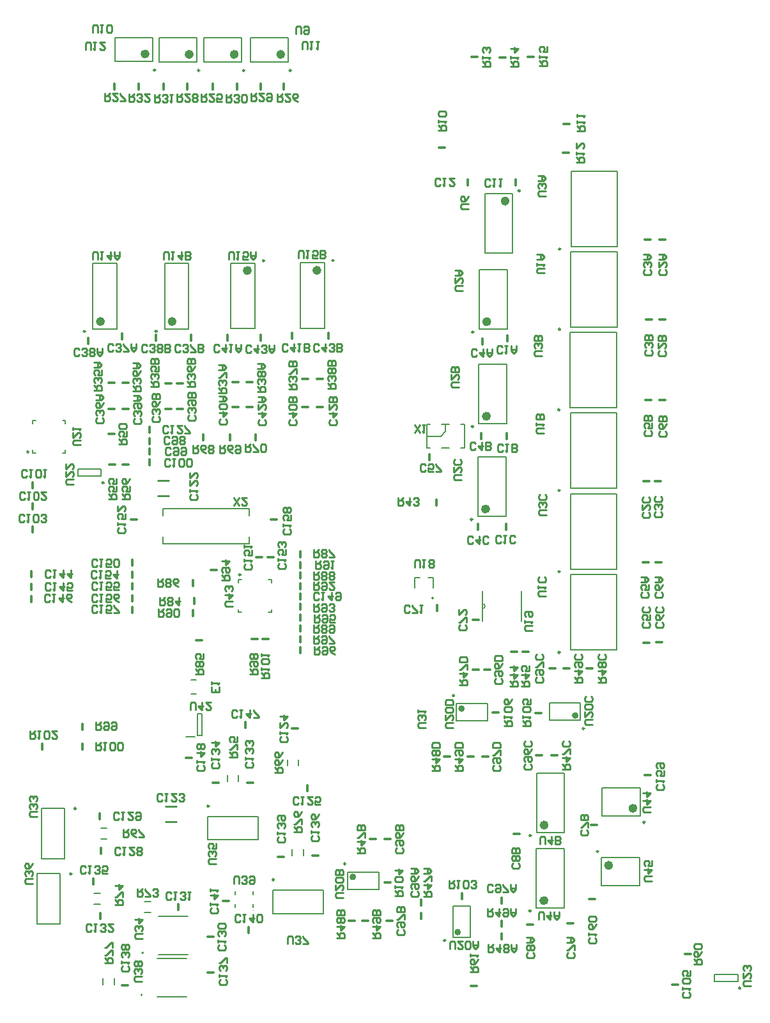
<source format=gbo>
G04*
G04 #@! TF.GenerationSoftware,Altium Limited,Altium Designer,20.1.8 (145)*
G04*
G04 Layer_Color=32896*
%FSLAX25Y25*%
%MOIN*%
G70*
G04*
G04 #@! TF.SameCoordinates,B2AC8D30-3016-4A67-80AC-21C0F90DA472*
G04*
G04*
G04 #@! TF.FilePolarity,Positive*
G04*
G01*
G75*
%ADD10C,0.01200*%
%ADD11C,0.00787*%
%ADD12C,0.00984*%
%ADD13C,0.02362*%
%ADD14C,0.01000*%
%ADD15C,0.00500*%
%ADD17C,0.00600*%
%ADD186C,0.00394*%
%ADD187C,0.01800*%
D10*
X256200Y564100D02*
Y567100D01*
X244200Y564100D02*
Y567100D01*
X241500Y381000D02*
Y384000D01*
X228267Y381000D02*
Y384000D01*
X214100Y381000D02*
Y384000D01*
X186287Y385300D02*
Y388300D01*
X404300Y129200D02*
X407300D01*
X186287Y368094D02*
Y371094D01*
Y379194D02*
Y382194D01*
X208700Y289500D02*
Y292500D01*
X209487Y295731D02*
Y298731D01*
X208700Y305300D02*
Y308300D01*
X249400Y339800D02*
X252400D01*
X264800Y314575D02*
Y317575D01*
Y320175D02*
Y323175D01*
X264913Y303500D02*
Y306500D01*
X264800Y287100D02*
Y290100D01*
Y281400D02*
Y284400D01*
X245300Y277600D02*
X248300D01*
X239363D02*
X242363D01*
X264800Y275700D02*
Y278700D01*
Y270000D02*
Y273000D01*
Y292700D02*
Y295700D01*
Y309200D02*
Y312200D01*
X210546Y276950D02*
X213546D01*
X218300Y313400D02*
X221300D01*
X236000Y231300D02*
Y234300D01*
X205154Y215542D02*
X208154D01*
X264800Y298200D02*
Y301200D01*
X151000Y219800D02*
Y222800D01*
Y230300D02*
Y233300D01*
X130300Y219700D02*
Y222700D01*
X336000Y292000D02*
Y295000D01*
X354700Y287378D02*
X357700D01*
X332100Y370800D02*
Y373800D01*
X237900Y124300D02*
Y127300D01*
X224600Y140900D02*
X227600D01*
X268454Y198100D02*
Y201100D01*
X260500Y230800D02*
X263500D01*
X160280Y183555D02*
Y186555D01*
X253300Y163800D02*
X256300D01*
X271128Y164587D02*
X274128D01*
X219118Y202513D02*
X222118D01*
X387435Y238900D02*
X390435D01*
X365068Y239200D02*
X368068D01*
X308700Y150500D02*
X311700D01*
X349200Y141900D02*
Y144900D01*
X369787Y139584D02*
Y142584D01*
X327900Y131400D02*
Y134400D01*
Y138475D02*
Y141475D01*
X369787Y127463D02*
Y130463D01*
Y120884D02*
Y123884D01*
X194375Y397413D02*
X197375D01*
X200375D02*
X203375D01*
X194375Y410913D02*
X197375D01*
X200375D02*
X203375D01*
X186287Y373700D02*
Y376700D01*
X265900Y413087D02*
X268900D01*
X273400D02*
X276400D01*
X273400Y398434D02*
X276400D01*
X265900D02*
X268900D01*
X236800Y398387D02*
X239800D01*
X229500D02*
X232500D01*
X172275Y397487D02*
X175275D01*
X164775Y411200D02*
X167775D01*
X164775Y397487D02*
X167775D01*
X172275Y411200D02*
X175275D01*
X229600Y411487D02*
X232600D01*
X236700Y411587D02*
X239700D01*
X219100Y564100D02*
Y567100D01*
X260343Y434000D02*
Y437000D01*
X160772Y165445D02*
Y168445D01*
X377100Y514000D02*
Y517000D01*
X352300Y514200D02*
Y517200D01*
X337000Y533800D02*
X340000D01*
X156720Y149555D02*
Y152555D01*
X160362Y131445D02*
Y134445D01*
X176400Y339800D02*
X179400D01*
X241865Y320215D02*
X244865D01*
X176987Y297300D02*
Y300300D01*
Y309400D02*
Y312400D01*
X247968Y320215D02*
X250968D01*
X176987Y291000D02*
Y294000D01*
Y315700D02*
Y318700D01*
Y303500D02*
Y306500D01*
X164775Y384554D02*
X167775D01*
X165300Y368313D02*
X168300D01*
X172300D02*
X175300D01*
X125213Y333000D02*
Y336000D01*
Y345200D02*
Y348200D01*
X125225Y356222D02*
Y359222D01*
X124400Y296900D02*
Y299900D01*
X124600Y309800D02*
Y312800D01*
X124413Y303200D02*
Y306200D01*
X216600Y103400D02*
X219600D01*
X201200Y136100D02*
Y139100D01*
X216600Y122100D02*
X219600D01*
X171900Y96700D02*
X174900D01*
X374700Y270700D02*
X377700D01*
X380700D02*
X383700D01*
X444400Y485900D02*
X447400D01*
X450300Y317600D02*
X453300D01*
X443600D02*
X446600D01*
X372684Y432775D02*
Y435775D01*
X452300Y485900D02*
X455300D01*
X359700Y431300D02*
Y434300D01*
X465400Y113100D02*
X468400D01*
X353700Y96600D02*
X356700D01*
X458800Y97000D02*
X461800D01*
X335687Y347275D02*
Y350275D01*
X359013Y381900D02*
Y384900D01*
X372513Y381900D02*
Y384900D01*
X357487Y334475D02*
Y337475D01*
X372054Y334475D02*
Y337475D01*
X452100Y444000D02*
X455100D01*
X443800Y359800D02*
X446800D01*
X443800Y275553D02*
X446800D01*
X449900Y359900D02*
X452900D01*
X450500Y275687D02*
X453500D01*
X444700Y402000D02*
X447700D01*
X452200D02*
X455200D01*
X445100Y444013D02*
X448100D01*
X416625Y180484D02*
X419625D01*
X376000Y175800D02*
X379000D01*
X383070Y128413D02*
X386070D01*
X415600Y141913D02*
X418600D01*
X444500Y206500D02*
X447500D01*
X301021Y173200D02*
X304021D01*
X290200Y130387D02*
X293200D01*
X297084D02*
X300084D01*
X394707Y262099D02*
X397707D01*
X359690Y216287D02*
X362690D01*
X387900Y216813D02*
X390900D01*
X360700Y261513D02*
X363700D01*
X309812Y130387D02*
X312812D01*
X308700Y173200D02*
X311700D01*
X395774Y216813D02*
X398774D01*
X354795Y261513D02*
X357794D01*
X414200Y262099D02*
X417200D01*
X339700Y216287D02*
X342700D01*
X402284Y262099D02*
X405284D01*
X352116Y216287D02*
X355116D01*
X237228Y202513D02*
X240228D01*
X383600Y581000D02*
X386600D01*
X368700Y580800D02*
X371700D01*
X354300Y581100D02*
X357300D01*
X401847Y531000D02*
X404846D01*
X402100Y546300D02*
X405100D01*
X171900Y433700D02*
Y436700D01*
X207800Y433221D02*
Y436221D01*
X154100Y431600D02*
Y434600D01*
X189572Y433221D02*
Y436221D01*
X226787Y433200D02*
Y436200D01*
X244200Y433200D02*
Y436200D01*
X279600Y434000D02*
Y437000D01*
X167900Y564100D02*
Y567100D01*
X205900Y564100D02*
Y567100D01*
X231900Y564100D02*
Y567100D01*
X193400Y564100D02*
Y567100D01*
X180400Y564100D02*
Y567100D01*
D11*
X182388Y91825D02*
G03*
X182388Y91825I-394J0D01*
G01*
X182988Y113725D02*
G03*
X182988Y113725I-394J0D01*
G01*
X168058Y578701D02*
Y591299D01*
X187742Y578701D02*
Y591299D01*
X168058D02*
X187742D01*
X168058Y578701D02*
X187742D01*
X232637Y308463D02*
X234212D01*
X232637Y306888D02*
Y308463D01*
Y291337D02*
Y292912D01*
Y291337D02*
X234212D01*
X248188D02*
X249763D01*
Y292912D01*
X248188Y308463D02*
X249763D01*
Y306888D02*
Y308463D01*
X205117Y226501D02*
X209841D01*
X211219Y227091D02*
Y238509D01*
X213581D01*
Y227091D02*
Y238509D01*
X211219Y227091D02*
X213581D01*
X230776Y144239D02*
Y145834D01*
Y137566D02*
Y139161D01*
X240224Y144239D02*
Y145834D01*
Y137566D02*
Y139161D01*
X258047Y211425D02*
Y214575D01*
X263953Y211425D02*
Y214575D01*
X250384Y146465D02*
X276762D01*
X250384Y134261D02*
X276762D01*
X250384D02*
Y146465D01*
X276762Y134261D02*
Y146465D01*
X260620Y164591D02*
Y167741D01*
X266526Y164591D02*
Y167741D01*
X394729Y235000D02*
Y244055D01*
X410871Y235000D02*
Y244055D01*
X394729D02*
X410871D01*
X394729Y235000D02*
X410871D01*
X344313Y121876D02*
Y138018D01*
X353368Y121876D02*
Y138018D01*
X344313Y121876D02*
X353368D01*
X344313Y138018D02*
X353368D01*
X277371Y439474D02*
Y473726D01*
X264772Y439474D02*
Y473726D01*
X277371D01*
X264772Y439474D02*
X277371D01*
X241099Y439374D02*
Y473626D01*
X228501Y439374D02*
Y473626D01*
X241099D01*
X228501Y439374D02*
X241099D01*
X194001Y439174D02*
Y473426D01*
X206599Y439174D02*
Y473426D01*
X194001Y439174D02*
X206599D01*
X194001Y473426D02*
X206599D01*
X156601Y439174D02*
Y473426D01*
X169199Y439174D02*
Y473426D01*
X156601Y439174D02*
X169199D01*
X156601Y473426D02*
X169199D01*
X238858Y578501D02*
X258542D01*
X238858Y591099D02*
X258542D01*
Y578501D02*
Y591099D01*
X238858Y578501D02*
Y591099D01*
X125251Y374514D02*
Y375991D01*
Y374514D02*
X126728D01*
X140704D02*
X142180D01*
Y375991D01*
Y389967D02*
Y391443D01*
X140704D02*
X142180D01*
X125251Y389967D02*
Y391443D01*
X126728D01*
X129698Y162811D02*
X141902D01*
X129698Y189189D02*
X141902D01*
X129698Y162811D02*
Y189189D01*
X141902Y162811D02*
Y189189D01*
X160772Y178953D02*
X163921D01*
X160772Y173047D02*
X163921D01*
X375584Y478749D02*
Y509851D01*
X361017Y478749D02*
Y509851D01*
X375584D01*
X361017Y478749D02*
X375584D01*
X127413Y128811D02*
X139618D01*
X127413Y155189D02*
X139618D01*
X127413Y128811D02*
Y155189D01*
X139618Y128811D02*
Y155189D01*
X157213Y144953D02*
X160362D01*
X157213Y139047D02*
X160362D01*
X216484Y184865D02*
X242862D01*
X216484Y172661D02*
X242862D01*
X216484D02*
Y184865D01*
X242862Y172661D02*
Y184865D01*
X191058Y578501D02*
Y591099D01*
X210742Y578501D02*
Y591099D01*
X191058D02*
X210742D01*
X191058Y578501D02*
X210742D01*
X214558D02*
Y591099D01*
X234243Y578501D02*
Y591099D01*
X214558D02*
X234243D01*
X214558Y578501D02*
X234243D01*
X148658Y362501D02*
X160863D01*
X148658Y366044D02*
X160863D01*
Y362501D02*
Y366044D01*
X148658Y362501D02*
Y366044D01*
X405905Y479585D02*
X430000D01*
X405905Y440215D02*
X430000D01*
Y479585D01*
X405905Y440215D02*
Y479585D01*
X358117Y470151D02*
X372684D01*
X358117Y439049D02*
X372684D01*
Y470151D01*
X358117Y439049D02*
Y470151D01*
X406005Y521485D02*
X430100D01*
X406005Y482115D02*
X430100D01*
Y521485D01*
X406005Y482115D02*
Y521485D01*
X480798Y98928D02*
X493002D01*
X480798Y102472D02*
X493002D01*
Y98928D02*
Y102472D01*
X480798Y98928D02*
Y102472D01*
X357916Y389749D02*
Y420851D01*
X372483Y389749D02*
Y420851D01*
X357916Y389749D02*
X372483D01*
X357916Y420851D02*
X372483D01*
X357487Y341333D02*
Y372435D01*
X372054Y341333D02*
Y372435D01*
X357487Y341333D02*
X372054D01*
X357487Y372435D02*
X372054D01*
X405606Y398215D02*
Y437585D01*
X429700Y398215D02*
Y437585D01*
X405606Y398215D02*
X429700D01*
X405606Y437585D02*
X429700D01*
X405705Y356115D02*
Y395485D01*
X429800Y356115D02*
Y395485D01*
X405705Y356115D02*
X429800D01*
X405705Y395485D02*
X429800D01*
X405705Y313815D02*
Y353185D01*
X429800Y313815D02*
Y353185D01*
X405705Y313815D02*
X429800D01*
X405705Y353185D02*
X429800D01*
X405713Y271715D02*
Y311085D01*
X429807Y271715D02*
Y311085D01*
X405713Y271715D02*
X429807D01*
X405713Y311085D02*
X429807D01*
X388017Y176449D02*
Y207551D01*
X402584Y176449D02*
Y207551D01*
X388017Y176449D02*
X402584D01*
X388017Y207551D02*
X402584D01*
X387916Y137049D02*
Y168151D01*
X402484Y137049D02*
Y168151D01*
X387916Y137049D02*
X402484D01*
X387916Y168151D02*
X402484D01*
X441742Y148745D02*
Y163312D01*
X421663Y148745D02*
Y163312D01*
Y148745D02*
X441742D01*
X421663Y163312D02*
X441742D01*
X422161Y185216D02*
Y199784D01*
X442239Y185216D02*
Y199784D01*
X422161D02*
X442239D01*
X422161Y185216D02*
X442239D01*
X305671Y146872D02*
Y155928D01*
X289529Y146872D02*
Y155928D01*
Y146872D02*
X305671D01*
X289529Y155928D02*
X305671D01*
X362371Y234672D02*
Y243728D01*
X346229Y234672D02*
Y243728D01*
Y234672D02*
X362371D01*
X346229Y243728D02*
X362371D01*
X167753Y97225D02*
Y100375D01*
X161847Y97225D02*
Y100375D01*
X183625Y140553D02*
X186775D01*
X183625Y134647D02*
X186775D01*
X226720Y203300D02*
Y206450D01*
X232626Y203300D02*
Y206450D01*
D12*
X233720Y311022D02*
G03*
X233720Y311022I-492J0D01*
G01*
X251073Y151879D02*
G03*
X251073Y151879I-492J0D01*
G01*
X412938Y230768D02*
G03*
X412938Y230768I-492J0D01*
G01*
X340572Y120302D02*
G03*
X340572Y120302I-492J0D01*
G01*
X282292Y474946D02*
G03*
X282292Y474946I-492J0D01*
G01*
X246021Y474847D02*
G03*
X246021Y474847I-492J0D01*
G01*
X190064Y437954D02*
G03*
X190064Y437954I-492J0D01*
G01*
X152664D02*
G03*
X152664Y437954I-492J0D01*
G01*
X260039Y574072D02*
G03*
X260039Y574072I-492J0D01*
G01*
X123184Y375105D02*
G03*
X123184Y375105I-492J0D01*
G01*
X147808Y188992D02*
G03*
X147808Y188992I-492J0D01*
G01*
X379422Y511328D02*
G03*
X379422Y511328I-492J0D01*
G01*
X145524Y154992D02*
G03*
X145524Y154992I-492J0D01*
G01*
X217173Y190279D02*
G03*
X217173Y190279I-492J0D01*
G01*
X212239Y574072D02*
G03*
X212239Y574072I-492J0D01*
G01*
X235739D02*
G03*
X235739Y574072I-492J0D01*
G01*
X189239Y574272D02*
G03*
X189239Y574272I-492J0D01*
G01*
X162339Y358958D02*
G03*
X162339Y358958I-492J0D01*
G01*
X400492Y439053D02*
G03*
X400492Y439053I-492J0D01*
G01*
X355262Y437572D02*
G03*
X355262Y437572I-492J0D01*
G01*
X400592Y480954D02*
G03*
X400592Y480954I-492J0D01*
G01*
X494479Y95385D02*
G03*
X494479Y95385I-492J0D01*
G01*
X355062Y388272D02*
G03*
X355062Y388272I-492J0D01*
G01*
X354632Y339857D02*
G03*
X354632Y339857I-492J0D01*
G01*
X400192Y397054D02*
G03*
X400192Y397054I-492J0D01*
G01*
X400292Y354954D02*
G03*
X400292Y354954I-492J0D01*
G01*
Y312653D02*
G03*
X400292Y312653I-492J0D01*
G01*
X400299Y270553D02*
G03*
X400299Y270553I-492J0D01*
G01*
X385162Y174972D02*
G03*
X385162Y174972I-492J0D01*
G01*
X385062Y135572D02*
G03*
X385062Y135572I-492J0D01*
G01*
X420285Y166658D02*
G03*
X420285Y166658I-492J0D01*
G01*
X444602Y181870D02*
G03*
X444602Y181870I-492J0D01*
G01*
X288446Y160160D02*
G03*
X288446Y160160I-492J0D01*
G01*
X345146Y247960D02*
G03*
X345146Y247960I-492J0D01*
G01*
D13*
X274615Y469789D02*
G03*
X274615Y469789I-1181J0D01*
G01*
X238343Y469689D02*
G03*
X238343Y469689I-1181J0D01*
G01*
X199119Y443111D02*
G03*
X199119Y443111I-1181J0D01*
G01*
X161719D02*
G03*
X161719Y443111I-1181J0D01*
G01*
X255787Y582438D02*
G03*
X255787Y582438I-1181J0D01*
G01*
X372828Y505914D02*
G03*
X372828Y505914I-1181J0D01*
G01*
X207987Y582438D02*
G03*
X207987Y582438I-1181J0D01*
G01*
X231487D02*
G03*
X231487Y582438I-1181J0D01*
G01*
X184987Y582638D02*
G03*
X184987Y582638I-1181J0D01*
G01*
X363235Y442986D02*
G03*
X363235Y442986I-1181J0D01*
G01*
X363035Y393686D02*
G03*
X363035Y393686I-1181J0D01*
G01*
X362605Y345270D02*
G03*
X362605Y345270I-1181J0D01*
G01*
X393135Y180386D02*
G03*
X393135Y180386I-1181J0D01*
G01*
X393035Y140986D02*
G03*
X393035Y140986I-1181J0D01*
G01*
X426781Y159375D02*
G03*
X426781Y159375I-1181J0D01*
G01*
X439483Y189154D02*
G03*
X439483Y189154I-1181J0D01*
G01*
D14*
X194500Y182000D02*
X200100D01*
X194500Y190000D02*
X200100D01*
X190459Y360166D02*
X196059D01*
X190459Y352166D02*
X196059D01*
X222531Y252500D02*
Y249834D01*
X218532D01*
Y252500D01*
X220532Y249834D02*
Y251167D01*
X218532Y253833D02*
Y255166D01*
Y254499D01*
X222531D01*
X221864Y253833D01*
X252668Y561799D02*
Y557801D01*
X254668D01*
X255334Y558467D01*
Y559800D01*
X254668Y560466D01*
X252668D01*
X254001D02*
X255334Y561799D01*
X259333D02*
X256667D01*
X259333Y559134D01*
Y558467D01*
X258666Y557801D01*
X257333D01*
X256667Y558467D01*
X263332Y557801D02*
X261999Y558467D01*
X260666Y559800D01*
Y561133D01*
X261332Y561799D01*
X262665D01*
X263332Y561133D01*
Y560466D01*
X262665Y559800D01*
X260666D01*
X239268Y561999D02*
Y558001D01*
X241268D01*
X241934Y558667D01*
Y560000D01*
X241268Y560666D01*
X239268D01*
X240601D02*
X241934Y561999D01*
X245933D02*
X243267D01*
X245933Y559334D01*
Y558667D01*
X245266Y558001D01*
X243934D01*
X243267Y558667D01*
X247266Y561333D02*
X247932Y561999D01*
X249265D01*
X249932Y561333D01*
Y558667D01*
X249265Y558001D01*
X247932D01*
X247266Y558667D01*
Y559334D01*
X247932Y560000D01*
X249932D01*
X192968Y193467D02*
X192302Y192801D01*
X190969D01*
X190302Y193467D01*
Y196133D01*
X190969Y196799D01*
X192302D01*
X192968Y196133D01*
X194301Y196799D02*
X195634D01*
X194967D01*
Y192801D01*
X194301Y193467D01*
X200299Y196799D02*
X197633D01*
X200299Y194133D01*
Y193467D01*
X199633Y192801D01*
X198300D01*
X197633Y193467D01*
X201632D02*
X202298Y192801D01*
X203631D01*
X204298Y193467D01*
Y194133D01*
X203631Y194800D01*
X202965D01*
X203631D01*
X204298Y195466D01*
Y196133D01*
X203631Y196799D01*
X202298D01*
X201632Y196133D01*
X210333Y352668D02*
X210999Y352002D01*
Y350669D01*
X210333Y350002D01*
X207667D01*
X207001Y350669D01*
Y352002D01*
X207667Y352668D01*
X207001Y354001D02*
Y355334D01*
Y354667D01*
X210999D01*
X210333Y354001D01*
X207001Y359999D02*
Y357333D01*
X209666Y359999D01*
X210333D01*
X210999Y359333D01*
Y358000D01*
X210333Y357333D01*
X207001Y363998D02*
Y361332D01*
X209666Y363998D01*
X210333D01*
X210999Y363331D01*
Y361998D01*
X210333Y361332D01*
X181999Y98768D02*
X178667D01*
X178001Y99435D01*
Y100768D01*
X178667Y101434D01*
X181999D01*
X181333Y102767D02*
X181999Y103434D01*
Y104766D01*
X181333Y105433D01*
X180666D01*
X180000Y104766D01*
Y104100D01*
Y104766D01*
X179333Y105433D01*
X178667D01*
X178001Y104766D01*
Y103434D01*
X178667Y102767D01*
X181333Y106766D02*
X181999Y107432D01*
Y108765D01*
X181333Y109432D01*
X180666D01*
X180000Y108765D01*
X179333Y109432D01*
X178667D01*
X178001Y108765D01*
Y107432D01*
X178667Y106766D01*
X179333D01*
X180000Y107432D01*
X180666Y106766D01*
X181333D01*
X180000Y107432D02*
Y108765D01*
X236168Y379199D02*
Y375201D01*
X238168D01*
X238834Y375867D01*
Y377200D01*
X238168Y377866D01*
X236168D01*
X237501D02*
X238834Y379199D01*
X240167Y375201D02*
X242833D01*
Y375867D01*
X240167Y378533D01*
Y379199D01*
X244166Y375867D02*
X244832Y375201D01*
X246165D01*
X246832Y375867D01*
Y378533D01*
X246165Y379199D01*
X244832D01*
X244166Y378533D01*
Y375867D01*
X222935Y378399D02*
Y374401D01*
X224934D01*
X225601Y375067D01*
Y376400D01*
X224934Y377066D01*
X222935D01*
X224268D02*
X225601Y378399D01*
X229599Y374401D02*
X228267Y375067D01*
X226934Y376400D01*
Y377733D01*
X227600Y378399D01*
X228933D01*
X229599Y377733D01*
Y377066D01*
X228933Y376400D01*
X226934D01*
X230932Y377733D02*
X231599Y378399D01*
X232932D01*
X233598Y377733D01*
Y375067D01*
X232932Y374401D01*
X231599D01*
X230932Y375067D01*
Y375734D01*
X231599Y376400D01*
X233598D01*
X208768Y378399D02*
Y374401D01*
X210768D01*
X211434Y375067D01*
Y376400D01*
X210768Y377066D01*
X208768D01*
X210101D02*
X211434Y378399D01*
X215433Y374401D02*
X214100Y375067D01*
X212767Y376400D01*
Y377733D01*
X213434Y378399D01*
X214766D01*
X215433Y377733D01*
Y377066D01*
X214766Y376400D01*
X212767D01*
X216766Y375067D02*
X217432Y374401D01*
X218765D01*
X219432Y375067D01*
Y375734D01*
X218765Y376400D01*
X219432Y377066D01*
Y377733D01*
X218765Y378399D01*
X217432D01*
X216766Y377733D01*
Y377066D01*
X217432Y376400D01*
X216766Y375734D01*
Y375067D01*
X217432Y376400D02*
X218765D01*
X195968Y385467D02*
X195302Y384801D01*
X193969D01*
X193302Y385467D01*
Y388133D01*
X193969Y388799D01*
X195302D01*
X195968Y388133D01*
X197301Y388799D02*
X198634D01*
X197967D01*
Y384801D01*
X197301Y385467D01*
X203299Y388799D02*
X200633D01*
X203299Y386134D01*
Y385467D01*
X202633Y384801D01*
X201300D01*
X200633Y385467D01*
X204632Y384801D02*
X207298D01*
Y385467D01*
X204632Y388133D01*
Y388799D01*
X407142Y113834D02*
X407809Y113168D01*
Y111835D01*
X407142Y111168D01*
X404476D01*
X403810Y111835D01*
Y113168D01*
X404476Y113834D01*
X407809Y115167D02*
Y117833D01*
X407142D01*
X404476Y115167D01*
X403810D01*
Y119166D02*
X406476D01*
X407809Y120499D01*
X406476Y121832D01*
X403810D01*
X405809D01*
Y119166D01*
X352499Y501668D02*
X349167D01*
X348501Y502334D01*
Y503667D01*
X349167Y504334D01*
X352499D01*
Y508332D02*
X351833Y506999D01*
X350500Y505666D01*
X349167D01*
X348501Y506333D01*
Y507666D01*
X349167Y508332D01*
X349834D01*
X350500Y507666D01*
Y505666D01*
X220799Y160068D02*
X217467D01*
X216801Y160735D01*
Y162068D01*
X217467Y162734D01*
X220799D01*
X220133Y164067D02*
X220799Y164734D01*
Y166066D01*
X220133Y166733D01*
X219466D01*
X218800Y166066D01*
Y165400D01*
Y166066D01*
X218133Y166733D01*
X217467D01*
X216801Y166066D01*
Y164734D01*
X217467Y164067D01*
X220799Y170732D02*
Y168066D01*
X218800D01*
X219466Y169399D01*
Y170065D01*
X218800Y170732D01*
X217467D01*
X216801Y170065D01*
Y168732D01*
X217467Y168066D01*
X182599Y121268D02*
X179267D01*
X178601Y121935D01*
Y123268D01*
X179267Y123934D01*
X182599D01*
X181933Y125267D02*
X182599Y125934D01*
Y127266D01*
X181933Y127933D01*
X181266D01*
X180600Y127266D01*
Y126600D01*
Y127266D01*
X179934Y127933D01*
X179267D01*
X178601Y127266D01*
Y125934D01*
X179267Y125267D01*
X178601Y131265D02*
X182599D01*
X180600Y129266D01*
Y131932D01*
X174733Y106855D02*
X175399Y106188D01*
Y104855D01*
X174733Y104189D01*
X172067D01*
X171401Y104855D01*
Y106188D01*
X172067Y106855D01*
X171401Y108188D02*
Y109520D01*
Y108854D01*
X175399D01*
X174733Y108188D01*
Y111520D02*
X175399Y112186D01*
Y113519D01*
X174733Y114186D01*
X174066D01*
X173400Y113519D01*
Y112853D01*
Y113519D01*
X172733Y114186D01*
X172067D01*
X171401Y113519D01*
Y112186D01*
X172067Y111520D01*
X174733Y115519D02*
X175399Y116185D01*
Y117518D01*
X174733Y118184D01*
X174066D01*
X173400Y117518D01*
X172733Y118184D01*
X172067D01*
X171401Y117518D01*
Y116185D01*
X172067Y115519D01*
X172733D01*
X173400Y116185D01*
X174066Y115519D01*
X174733D01*
X173400Y116185D02*
Y117518D01*
X225733Y99768D02*
X226399Y99102D01*
Y97769D01*
X225733Y97102D01*
X223067D01*
X222401Y97769D01*
Y99102D01*
X223067Y99768D01*
X222401Y101101D02*
Y102434D01*
Y101767D01*
X226399D01*
X225733Y101101D01*
Y104433D02*
X226399Y105100D01*
Y106433D01*
X225733Y107099D01*
X225066D01*
X224400Y106433D01*
Y105766D01*
Y106433D01*
X223733Y107099D01*
X223067D01*
X222401Y106433D01*
Y105100D01*
X223067Y104433D01*
X226399Y108432D02*
Y111098D01*
X225733D01*
X223067Y108432D01*
X222401D01*
X197535Y142167D02*
X196868Y141501D01*
X195535D01*
X194869Y142167D01*
Y144833D01*
X195535Y145499D01*
X196868D01*
X197535Y144833D01*
X198867Y145499D02*
X200200D01*
X199534D01*
Y141501D01*
X198867Y142167D01*
X202200D02*
X202866Y141501D01*
X204199D01*
X204866Y142167D01*
Y142833D01*
X204199Y143500D01*
X203533D01*
X204199D01*
X204866Y144167D01*
Y144833D01*
X204199Y145499D01*
X202866D01*
X202200Y144833D01*
X206198Y145499D02*
X207531D01*
X206865D01*
Y141501D01*
X206198Y142167D01*
X225233Y117768D02*
X225899Y117102D01*
Y115769D01*
X225233Y115102D01*
X222567D01*
X221901Y115769D01*
Y117102D01*
X222567Y117768D01*
X221901Y119101D02*
Y120434D01*
Y119767D01*
X225899D01*
X225233Y119101D01*
Y122433D02*
X225899Y123100D01*
Y124433D01*
X225233Y125099D01*
X224566D01*
X223900Y124433D01*
Y123766D01*
Y124433D01*
X223234Y125099D01*
X222567D01*
X221901Y124433D01*
Y123100D01*
X222567Y122433D01*
X225233Y126432D02*
X225899Y127098D01*
Y128431D01*
X225233Y129098D01*
X222567D01*
X221901Y128431D01*
Y127098D01*
X222567Y126432D01*
X225233D01*
X213068Y561899D02*
Y557901D01*
X215068D01*
X215734Y558567D01*
Y559900D01*
X215068Y560566D01*
X213068D01*
X214401D02*
X215734Y561899D01*
X219733D02*
X217067D01*
X219733Y559234D01*
Y558567D01*
X219066Y557901D01*
X217734D01*
X217067Y558567D01*
X223732Y557901D02*
X221066D01*
Y559900D01*
X222399Y559234D01*
X223065D01*
X223732Y559900D01*
Y561233D01*
X223065Y561899D01*
X221732D01*
X221066Y561233D01*
X158855Y291767D02*
X158189Y291101D01*
X156856D01*
X156190Y291767D01*
Y294433D01*
X156856Y295099D01*
X158189D01*
X158855Y294433D01*
X160188Y295099D02*
X161521D01*
X160855D01*
Y291101D01*
X160188Y291767D01*
X166186Y291101D02*
X163521D01*
Y293100D01*
X164854Y292434D01*
X165520D01*
X166186Y293100D01*
Y294433D01*
X165520Y295099D01*
X164187D01*
X163521Y294433D01*
X167519Y291101D02*
X170185D01*
Y291767D01*
X167519Y294433D01*
Y295099D01*
X158656Y297367D02*
X157989Y296701D01*
X156656D01*
X155990Y297367D01*
Y300033D01*
X156656Y300699D01*
X157989D01*
X158656Y300033D01*
X159988Y300699D02*
X161321D01*
X160655D01*
Y296701D01*
X159988Y297367D01*
X165986Y296701D02*
X163321D01*
Y298700D01*
X164654Y298034D01*
X165320D01*
X165986Y298700D01*
Y300033D01*
X165320Y300699D01*
X163987D01*
X163321Y300033D01*
X169985Y296701D02*
X168652Y297367D01*
X167319Y298700D01*
Y300033D01*
X167986Y300699D01*
X169319D01*
X169985Y300033D01*
Y299366D01*
X169319Y298700D01*
X167319D01*
X158555Y309767D02*
X157889Y309101D01*
X156556D01*
X155890Y309767D01*
Y312433D01*
X156556Y313099D01*
X157889D01*
X158555Y312433D01*
X159888Y313099D02*
X161221D01*
X160555D01*
Y309101D01*
X159888Y309767D01*
X165886Y309101D02*
X163221D01*
Y311100D01*
X164553Y310434D01*
X165220D01*
X165886Y311100D01*
Y312433D01*
X165220Y313099D01*
X163887D01*
X163221Y312433D01*
X169219Y313099D02*
Y309101D01*
X167219Y311100D01*
X169885D01*
X158656Y315867D02*
X157989Y315201D01*
X156656D01*
X155990Y315867D01*
Y318533D01*
X156656Y319199D01*
X157989D01*
X158656Y318533D01*
X159988Y319199D02*
X161321D01*
X160655D01*
Y315201D01*
X159988Y315867D01*
X165986Y315201D02*
X163321D01*
Y317200D01*
X164654Y316534D01*
X165320D01*
X165986Y317200D01*
Y318533D01*
X165320Y319199D01*
X163987D01*
X163321Y318533D01*
X167319Y315867D02*
X167986Y315201D01*
X169319D01*
X169985Y315867D01*
Y318533D01*
X169319Y319199D01*
X167986D01*
X167319Y318533D01*
Y315867D01*
X274468Y298367D02*
X273802Y297701D01*
X272469D01*
X271802Y298367D01*
Y301033D01*
X272469Y301699D01*
X273802D01*
X274468Y301033D01*
X275801Y301699D02*
X277134D01*
X276467D01*
Y297701D01*
X275801Y298367D01*
X281133Y301699D02*
Y297701D01*
X279133Y299700D01*
X281799D01*
X283132Y301033D02*
X283798Y301699D01*
X285131D01*
X285798Y301033D01*
Y298367D01*
X285131Y297701D01*
X283798D01*
X283132Y298367D01*
Y299034D01*
X283798Y299700D01*
X285798D01*
X214121Y211557D02*
X214788Y210890D01*
Y209558D01*
X214121Y208891D01*
X211455D01*
X210789Y209558D01*
Y210890D01*
X211455Y211557D01*
X210789Y212890D02*
Y214223D01*
Y213556D01*
X214788D01*
X214121Y212890D01*
X210789Y218221D02*
X214788D01*
X212788Y216222D01*
Y218888D01*
X214121Y220221D02*
X214788Y220887D01*
Y222220D01*
X214121Y222887D01*
X213455D01*
X212788Y222220D01*
X212122Y222887D01*
X211455D01*
X210789Y222220D01*
Y220887D01*
X211455Y220221D01*
X212122D01*
X212788Y220887D01*
X213455Y220221D01*
X214121D01*
X212788Y220887D02*
Y222220D01*
X231668Y237176D02*
X231002Y236509D01*
X229669D01*
X229002Y237176D01*
Y239842D01*
X229669Y240508D01*
X231002D01*
X231668Y239842D01*
X233001Y240508D02*
X234334D01*
X233667D01*
Y236509D01*
X233001Y237176D01*
X238333Y240508D02*
Y236509D01*
X236333Y238509D01*
X238999D01*
X240332Y236509D02*
X242998D01*
Y237176D01*
X240332Y239842D01*
Y240508D01*
X447233Y470134D02*
X447899Y469468D01*
Y468135D01*
X447233Y467468D01*
X444567D01*
X443901Y468135D01*
Y469468D01*
X444567Y470134D01*
X447233Y471467D02*
X447899Y472133D01*
Y473466D01*
X447233Y474133D01*
X446566D01*
X445900Y473466D01*
Y472800D01*
Y473466D01*
X445233Y474133D01*
X444567D01*
X443901Y473466D01*
Y472133D01*
X444567Y471467D01*
X443901Y475466D02*
X446566D01*
X447899Y476799D01*
X446566Y478132D01*
X443901D01*
X445900D01*
Y475466D01*
X370167Y427142D02*
X369501Y426475D01*
X368168D01*
X367502Y427142D01*
Y429808D01*
X368168Y430474D01*
X369501D01*
X370167Y429808D01*
X371500Y430474D02*
X372833D01*
X372167D01*
Y426475D01*
X371500Y427142D01*
X374833Y430474D02*
Y427808D01*
X376166Y426475D01*
X377498Y427808D01*
Y430474D01*
Y428475D01*
X374833D01*
X370334Y375913D02*
X369667Y375246D01*
X368334D01*
X367668Y375913D01*
Y378579D01*
X368334Y379245D01*
X369667D01*
X370334Y378579D01*
X371667Y379245D02*
X372999D01*
X372333D01*
Y375246D01*
X371667Y375913D01*
X374999Y375246D02*
Y379245D01*
X376998D01*
X377664Y378579D01*
Y377912D01*
X376998Y377246D01*
X374999D01*
X376998D01*
X377664Y376579D01*
Y375913D01*
X376998Y375246D01*
X374999D01*
X369567Y328142D02*
X368901Y327475D01*
X367568D01*
X366902Y328142D01*
Y330808D01*
X367568Y331474D01*
X368901D01*
X369567Y330808D01*
X370900Y331474D02*
X372233D01*
X371567D01*
Y327475D01*
X370900Y328142D01*
X376898D02*
X376232Y327475D01*
X374899D01*
X374233Y328142D01*
Y330808D01*
X374899Y331474D01*
X376232D01*
X376898Y330808D01*
X455133Y470034D02*
X455799Y469368D01*
Y468035D01*
X455133Y467368D01*
X452467D01*
X451801Y468035D01*
Y469368D01*
X452467Y470034D01*
X451801Y474033D02*
Y471367D01*
X454466Y474033D01*
X455133D01*
X455799Y473366D01*
Y472034D01*
X455133Y471367D01*
X451801Y475366D02*
X454466D01*
X455799Y476699D01*
X454466Y478032D01*
X451801D01*
X453800D01*
Y475366D01*
X454733Y427934D02*
X455399Y427268D01*
Y425935D01*
X454733Y425268D01*
X452067D01*
X451401Y425935D01*
Y427268D01*
X452067Y427934D01*
X451401Y431933D02*
Y429267D01*
X454066Y431933D01*
X454733D01*
X455399Y431266D01*
Y429934D01*
X454733Y429267D01*
X455399Y433266D02*
X451401D01*
Y435265D01*
X452067Y435932D01*
X452734D01*
X453400Y435265D01*
Y433266D01*
Y435265D01*
X454066Y435932D01*
X454733D01*
X455399Y435265D01*
Y433266D01*
X446633Y343634D02*
X447299Y342968D01*
Y341635D01*
X446633Y340968D01*
X443967D01*
X443301Y341635D01*
Y342968D01*
X443967Y343634D01*
X443301Y347633D02*
Y344967D01*
X445966Y347633D01*
X446633D01*
X447299Y346966D01*
Y345634D01*
X446633Y344967D01*
Y351632D02*
X447299Y350965D01*
Y349632D01*
X446633Y348966D01*
X443967D01*
X443301Y349632D01*
Y350965D01*
X443967Y351632D01*
X447833Y428247D02*
X448499Y427580D01*
Y426247D01*
X447833Y425581D01*
X445167D01*
X444501Y426247D01*
Y427580D01*
X445167Y428247D01*
X447833Y429580D02*
X448499Y430246D01*
Y431579D01*
X447833Y432245D01*
X447166D01*
X446500Y431579D01*
Y430913D01*
Y431579D01*
X445833Y432245D01*
X445167D01*
X444501Y431579D01*
Y430246D01*
X445167Y429580D01*
X448499Y433578D02*
X444501D01*
Y435578D01*
X445167Y436244D01*
X445833D01*
X446500Y435578D01*
Y433578D01*
Y435578D01*
X447166Y436244D01*
X447833D01*
X448499Y435578D01*
Y433578D01*
X452733Y343734D02*
X453399Y343068D01*
Y341735D01*
X452733Y341068D01*
X450067D01*
X449401Y341735D01*
Y343068D01*
X450067Y343734D01*
X452733Y345067D02*
X453399Y345734D01*
Y347066D01*
X452733Y347733D01*
X452066D01*
X451400Y347066D01*
Y346400D01*
Y347066D01*
X450734Y347733D01*
X450067D01*
X449401Y347066D01*
Y345734D01*
X450067Y345067D01*
X452733Y351732D02*
X453399Y351065D01*
Y349732D01*
X452733Y349066D01*
X450067D01*
X449401Y349732D01*
Y351065D01*
X450067Y351732D01*
X356881Y425467D02*
X356214Y424801D01*
X354881D01*
X354215Y425467D01*
Y428133D01*
X354881Y428799D01*
X356214D01*
X356881Y428133D01*
X360213Y428799D02*
Y424801D01*
X358213Y426800D01*
X360879D01*
X362212Y428799D02*
Y426134D01*
X363545Y424801D01*
X364878Y426134D01*
Y428799D01*
Y426800D01*
X362212D01*
X356270Y376667D02*
X355604Y376001D01*
X354271D01*
X353604Y376667D01*
Y379333D01*
X354271Y379999D01*
X355604D01*
X356270Y379333D01*
X359602Y379999D02*
Y376001D01*
X357603Y378000D01*
X360269D01*
X361602Y376001D02*
Y379999D01*
X363601D01*
X364267Y379333D01*
Y378666D01*
X363601Y378000D01*
X361602D01*
X363601D01*
X364267Y377334D01*
Y376667D01*
X363601Y376001D01*
X361602D01*
X354667Y327642D02*
X354001Y326975D01*
X352668D01*
X352002Y327642D01*
Y330308D01*
X352668Y330974D01*
X354001D01*
X354667Y330308D01*
X357999Y330974D02*
Y326975D01*
X356000Y328975D01*
X358666D01*
X362665Y327642D02*
X361998Y326975D01*
X360665D01*
X359999Y327642D01*
Y330308D01*
X360665Y330974D01*
X361998D01*
X362665Y330308D01*
X445933Y301934D02*
X446599Y301268D01*
Y299935D01*
X445933Y299268D01*
X443267D01*
X442601Y299935D01*
Y301268D01*
X443267Y301934D01*
X446599Y305933D02*
Y303267D01*
X444600D01*
X445266Y304600D01*
Y305266D01*
X444600Y305933D01*
X443267D01*
X442601Y305266D01*
Y303934D01*
X443267Y303267D01*
X442601Y307266D02*
X445266D01*
X446599Y308599D01*
X445266Y309932D01*
X442601D01*
X444600D01*
Y307266D01*
X447608Y386034D02*
X448274Y385368D01*
Y384035D01*
X447608Y383368D01*
X444942D01*
X444275Y384035D01*
Y385368D01*
X444942Y386034D01*
X448274Y390033D02*
Y387367D01*
X446275D01*
X446941Y388700D01*
Y389366D01*
X446275Y390033D01*
X444942D01*
X444275Y389366D01*
Y388034D01*
X444942Y387367D01*
X448274Y391366D02*
X444275D01*
Y393365D01*
X444942Y394032D01*
X445608D01*
X446275Y393365D01*
Y391366D01*
Y393365D01*
X446941Y394032D01*
X447608D01*
X448274Y393365D01*
Y391366D01*
X446633Y286234D02*
X447299Y285568D01*
Y284235D01*
X446633Y283568D01*
X443967D01*
X443301Y284235D01*
Y285568D01*
X443967Y286234D01*
X447299Y290233D02*
Y287567D01*
X445300D01*
X445966Y288900D01*
Y289566D01*
X445300Y290233D01*
X443967D01*
X443301Y289566D01*
Y288233D01*
X443967Y287567D01*
X446633Y294232D02*
X447299Y293565D01*
Y292232D01*
X446633Y291566D01*
X443967D01*
X443301Y292232D01*
Y293565D01*
X443967Y294232D01*
X453133Y301934D02*
X453799Y301268D01*
Y299935D01*
X453133Y299268D01*
X450467D01*
X449801Y299935D01*
Y301268D01*
X450467Y301934D01*
X453799Y305933D02*
X453133Y304600D01*
X451800Y303267D01*
X450467D01*
X449801Y303934D01*
Y305266D01*
X450467Y305933D01*
X451134D01*
X451800Y305266D01*
Y303267D01*
X449801Y307266D02*
X452466D01*
X453799Y308599D01*
X452466Y309932D01*
X449801D01*
X451800D01*
Y307266D01*
X455033Y385688D02*
X455699Y385021D01*
Y383688D01*
X455033Y383022D01*
X452367D01*
X451701Y383688D01*
Y385021D01*
X452367Y385688D01*
X455699Y389686D02*
X455033Y388353D01*
X453700Y387021D01*
X452367D01*
X451701Y387687D01*
Y389020D01*
X452367Y389686D01*
X453033D01*
X453700Y389020D01*
Y387021D01*
X455699Y391019D02*
X451701D01*
Y393019D01*
X452367Y393685D01*
X453033D01*
X453700Y393019D01*
Y391019D01*
Y393019D01*
X454366Y393685D01*
X455033D01*
X455699Y393019D01*
Y391019D01*
X453333Y286234D02*
X453999Y285568D01*
Y284235D01*
X453333Y283568D01*
X450667D01*
X450001Y284235D01*
Y285568D01*
X450667Y286234D01*
X453999Y290233D02*
X453333Y288900D01*
X452000Y287567D01*
X450667D01*
X450001Y288233D01*
Y289566D01*
X450667Y290233D01*
X451334D01*
X452000Y289566D01*
Y287567D01*
X453333Y294232D02*
X453999Y293565D01*
Y292232D01*
X453333Y291566D01*
X450667D01*
X450001Y292232D01*
Y293565D01*
X450667Y294232D01*
X392092Y468302D02*
X388760D01*
X388094Y468968D01*
Y470301D01*
X388760Y470967D01*
X392092D01*
X388094Y472300D02*
Y473633D01*
Y472967D01*
X392092D01*
X391426Y472300D01*
X388094Y475633D02*
X390759D01*
X392092Y476966D01*
X390759Y478298D01*
X388094D01*
X390093D01*
Y475633D01*
X391899Y384802D02*
X388567D01*
X387901Y385468D01*
Y386801D01*
X388567Y387467D01*
X391899D01*
X387901Y388800D02*
Y390133D01*
Y389467D01*
X391899D01*
X391233Y388800D01*
X391899Y392133D02*
X387901D01*
Y394132D01*
X388567Y394798D01*
X389234D01*
X389900Y394132D01*
Y392133D01*
Y394132D01*
X390566Y394798D01*
X391233D01*
X391899Y394132D01*
Y392133D01*
X392906Y299902D02*
X389574D01*
X388908Y300568D01*
Y301901D01*
X389574Y302567D01*
X392906D01*
X388908Y303900D02*
Y305233D01*
Y304567D01*
X392906D01*
X392240Y303900D01*
Y309898D02*
X392906Y309232D01*
Y307899D01*
X392240Y307233D01*
X389574D01*
X388908Y307899D01*
Y309232D01*
X389574Y309898D01*
X349329Y459030D02*
X345997D01*
X345331Y459696D01*
Y461029D01*
X345997Y461696D01*
X349329D01*
X345331Y465694D02*
Y463028D01*
X347996Y465694D01*
X348663D01*
X349329Y465028D01*
Y463695D01*
X348663Y463028D01*
X345331Y467027D02*
X347996D01*
X349329Y468360D01*
X347996Y469693D01*
X345331D01*
X347330D01*
Y467027D01*
X347599Y408925D02*
X344267D01*
X343601Y409591D01*
Y410924D01*
X344267Y411591D01*
X347599D01*
X343601Y415590D02*
Y412924D01*
X346266Y415590D01*
X346933D01*
X347599Y414923D01*
Y413590D01*
X346933Y412924D01*
X347599Y416923D02*
X343601D01*
Y418922D01*
X344267Y419588D01*
X344934D01*
X345600Y418922D01*
Y416923D01*
Y418922D01*
X346266Y419588D01*
X346933D01*
X347599Y418922D01*
Y416923D01*
X348899Y360568D02*
X345567D01*
X344901Y361235D01*
Y362568D01*
X345567Y363234D01*
X348899D01*
X344901Y367233D02*
Y364567D01*
X347566Y367233D01*
X348233D01*
X348899Y366566D01*
Y365234D01*
X348233Y364567D01*
Y371232D02*
X348899Y370565D01*
Y369232D01*
X348233Y368566D01*
X345567D01*
X344901Y369232D01*
Y370565D01*
X345567Y371232D01*
X392892Y508368D02*
X389560D01*
X388894Y509035D01*
Y510368D01*
X389560Y511034D01*
X392892D01*
X392226Y512367D02*
X392892Y513033D01*
Y514366D01*
X392226Y515033D01*
X391559D01*
X390893Y514366D01*
Y513700D01*
Y514366D01*
X390227Y515033D01*
X389560D01*
X388894Y514366D01*
Y513033D01*
X389560Y512367D01*
X388894Y516366D02*
X391559D01*
X392892Y517699D01*
X391559Y519032D01*
X388894D01*
X390893D01*
Y516366D01*
X390792Y425268D02*
X387460D01*
X386794Y425935D01*
Y427268D01*
X387460Y427934D01*
X390792D01*
X390126Y429267D02*
X390792Y429934D01*
Y431266D01*
X390126Y431933D01*
X389459D01*
X388793Y431266D01*
Y430600D01*
Y431266D01*
X388126Y431933D01*
X387460D01*
X386794Y431266D01*
Y429934D01*
X387460Y429267D01*
X390792Y433266D02*
X386794D01*
Y435265D01*
X387460Y435932D01*
X388126D01*
X388793Y435265D01*
Y433266D01*
Y435265D01*
X389459Y435932D01*
X390126D01*
X390792Y435265D01*
Y433266D01*
X393199Y342068D02*
X389867D01*
X389201Y342735D01*
Y344068D01*
X389867Y344734D01*
X393199D01*
X392533Y346067D02*
X393199Y346734D01*
Y348066D01*
X392533Y348733D01*
X391866D01*
X391200Y348066D01*
Y347400D01*
Y348066D01*
X390534Y348733D01*
X389867D01*
X389201Y348066D01*
Y346734D01*
X389867Y346067D01*
X392533Y352732D02*
X393199Y352065D01*
Y350732D01*
X392533Y350066D01*
X389867D01*
X389201Y350732D01*
Y352065D01*
X389867Y352732D01*
X179868Y146999D02*
Y143001D01*
X181868D01*
X182534Y143667D01*
Y145000D01*
X181868Y145667D01*
X179868D01*
X181201D02*
X182534Y146999D01*
X183867Y143001D02*
X186533D01*
Y143667D01*
X183867Y146333D01*
Y146999D01*
X187866Y143667D02*
X188532Y143001D01*
X189865D01*
X190532Y143667D01*
Y144334D01*
X189865Y145000D01*
X189199D01*
X189865D01*
X190532Y145667D01*
Y146333D01*
X189865Y146999D01*
X188532D01*
X187866Y146333D01*
X162801Y108494D02*
X166799D01*
Y110493D01*
X166133Y111159D01*
X164800D01*
X164134Y110493D01*
Y108494D01*
Y109827D02*
X162801Y111159D01*
X166799Y112492D02*
Y115158D01*
X166133D01*
X163467Y112492D01*
X162801D01*
X166799Y116491D02*
Y119157D01*
X166133D01*
X163467Y116491D01*
X162801D01*
X155768Y125367D02*
X155102Y124701D01*
X153769D01*
X153102Y125367D01*
Y128033D01*
X153769Y128699D01*
X155102D01*
X155768Y128033D01*
X157101Y128699D02*
X158434D01*
X157767D01*
Y124701D01*
X157101Y125367D01*
X160433D02*
X161100Y124701D01*
X162433D01*
X163099Y125367D01*
Y126033D01*
X162433Y126700D01*
X161766D01*
X162433D01*
X163099Y127366D01*
Y128033D01*
X162433Y128699D01*
X161100D01*
X160433Y128033D01*
X167098Y128699D02*
X164432D01*
X167098Y126033D01*
Y125367D01*
X166431Y124701D01*
X165098D01*
X164432Y125367D01*
X152668Y155667D02*
X152002Y155001D01*
X150669D01*
X150002Y155667D01*
Y158333D01*
X150669Y158999D01*
X152002D01*
X152668Y158333D01*
X154001Y158999D02*
X155334D01*
X154667D01*
Y155001D01*
X154001Y155667D01*
X157333D02*
X158000Y155001D01*
X159333D01*
X159999Y155667D01*
Y156333D01*
X159333Y157000D01*
X158666D01*
X159333D01*
X159999Y157667D01*
Y158333D01*
X159333Y158999D01*
X158000D01*
X157333Y158333D01*
X163998Y155001D02*
X161332D01*
Y157000D01*
X162665Y156333D01*
X163331D01*
X163998Y157000D01*
Y158333D01*
X163331Y158999D01*
X161998D01*
X161332Y158333D01*
X168201Y138968D02*
X172199D01*
Y140968D01*
X171533Y141634D01*
X170200D01*
X169534Y140968D01*
Y138968D01*
Y140301D02*
X168201Y141634D01*
X172199Y142967D02*
Y145633D01*
X171533D01*
X168867Y142967D01*
X168201D01*
Y148965D02*
X172199D01*
X170200Y146966D01*
Y149632D01*
X125074Y149857D02*
X121742D01*
X121075Y150524D01*
Y151857D01*
X121742Y152523D01*
X125074D01*
X124408Y153856D02*
X125074Y154523D01*
Y155855D01*
X124408Y156522D01*
X123741D01*
X123075Y155855D01*
Y155189D01*
Y155855D01*
X122408Y156522D01*
X121742D01*
X121075Y155855D01*
Y154523D01*
X121742Y153856D01*
X125074Y160521D02*
X124408Y159188D01*
X123075Y157855D01*
X121742D01*
X121075Y158521D01*
Y159854D01*
X121742Y160521D01*
X122408D01*
X123075Y159854D01*
Y157855D01*
X257333Y226468D02*
X257999Y225802D01*
Y224469D01*
X257333Y223802D01*
X254667D01*
X254001Y224469D01*
Y225802D01*
X254667Y226468D01*
X254001Y227801D02*
Y229134D01*
Y228467D01*
X257999D01*
X257333Y227801D01*
X254001Y233799D02*
Y231133D01*
X256666Y233799D01*
X257333D01*
X257999Y233133D01*
Y231800D01*
X257333Y231133D01*
X254001Y237131D02*
X257999D01*
X256000Y235132D01*
Y237798D01*
X263922Y191667D02*
X263255Y191001D01*
X261922D01*
X261256Y191667D01*
Y194333D01*
X261922Y194999D01*
X263255D01*
X263922Y194333D01*
X265254Y194999D02*
X266587D01*
X265921D01*
Y191001D01*
X265254Y191667D01*
X271253Y194999D02*
X268587D01*
X271253Y192333D01*
Y191667D01*
X270586Y191001D01*
X269253D01*
X268587Y191667D01*
X275251Y191001D02*
X272586D01*
Y193000D01*
X273918Y192333D01*
X274585D01*
X275251Y193000D01*
Y194333D01*
X274585Y194999D01*
X273252D01*
X272586Y194333D01*
X251501Y207668D02*
X255499D01*
Y209668D01*
X254833Y210334D01*
X253500D01*
X252834Y209668D01*
Y207668D01*
Y209001D02*
X251501Y210334D01*
X255499Y214333D02*
X254833Y213000D01*
X253500Y211667D01*
X252167D01*
X251501Y212333D01*
Y213666D01*
X252167Y214333D01*
X252834D01*
X253500Y213666D01*
Y211667D01*
X255499Y218332D02*
X254833Y216999D01*
X253500Y215666D01*
X252167D01*
X251501Y216332D01*
Y217665D01*
X252167Y218332D01*
X252834D01*
X253500Y217665D01*
Y215666D01*
X329999Y231135D02*
X326667D01*
X326001Y231801D01*
Y233134D01*
X326667Y233801D01*
X329999D01*
X329333Y235134D02*
X329999Y235800D01*
Y237133D01*
X329333Y237799D01*
X328666D01*
X328000Y237133D01*
Y236466D01*
Y237133D01*
X327334Y237799D01*
X326667D01*
X326001Y237133D01*
Y235800D01*
X326667Y235134D01*
X326001Y239132D02*
Y240465D01*
Y239799D01*
X329999D01*
X329333Y239132D01*
X221951Y212681D02*
X222618Y212014D01*
Y210681D01*
X221951Y210015D01*
X219285D01*
X218619Y210681D01*
Y212014D01*
X219285Y212681D01*
X218619Y214014D02*
Y215347D01*
Y214680D01*
X222618D01*
X221951Y214014D01*
Y217346D02*
X222618Y218012D01*
Y219345D01*
X221951Y220012D01*
X221285D01*
X220618Y219345D01*
Y218679D01*
Y219345D01*
X219952Y220012D01*
X219285D01*
X218619Y219345D01*
Y218012D01*
X219285Y217346D01*
X218619Y223344D02*
X222618D01*
X220618Y221344D01*
Y224010D01*
X239561Y213181D02*
X240228Y212514D01*
Y211181D01*
X239561Y210515D01*
X236895D01*
X236229Y211181D01*
Y212514D01*
X236895Y213181D01*
X236229Y214514D02*
Y215846D01*
Y215180D01*
X240228D01*
X239561Y214514D01*
Y217846D02*
X240228Y218512D01*
Y219845D01*
X239561Y220512D01*
X238895D01*
X238228Y219845D01*
Y219179D01*
Y219845D01*
X237562Y220512D01*
X236895D01*
X236229Y219845D01*
Y218512D01*
X236895Y217846D01*
X239561Y221845D02*
X240228Y222511D01*
Y223844D01*
X239561Y224510D01*
X238895D01*
X238228Y223844D01*
Y223177D01*
Y223844D01*
X237562Y224510D01*
X236895D01*
X236229Y223844D01*
Y222511D01*
X236895Y221845D01*
X170768Y165612D02*
X170102Y164945D01*
X168769D01*
X168102Y165612D01*
Y168278D01*
X168769Y168944D01*
X170102D01*
X170768Y168278D01*
X172101Y168944D02*
X173434D01*
X172767D01*
Y164945D01*
X172101Y165612D01*
X178099Y168944D02*
X175433D01*
X178099Y166278D01*
Y165612D01*
X177433Y164945D01*
X176100D01*
X175433Y165612D01*
X179432D02*
X180098Y164945D01*
X181431D01*
X182098Y165612D01*
Y166278D01*
X181431Y166945D01*
X182098Y167611D01*
Y168278D01*
X181431Y168944D01*
X180098D01*
X179432Y168278D01*
Y167611D01*
X180098Y166945D01*
X179432Y166278D01*
Y165612D01*
X180098Y166945D02*
X181431D01*
X170168Y183867D02*
X169502Y183201D01*
X168169D01*
X167502Y183867D01*
Y186533D01*
X168169Y187199D01*
X169502D01*
X170168Y186533D01*
X171501Y187199D02*
X172834D01*
X172167D01*
Y183201D01*
X171501Y183867D01*
X177499Y187199D02*
X174833D01*
X177499Y184534D01*
Y183867D01*
X176833Y183201D01*
X175500D01*
X174833Y183867D01*
X178832Y186533D02*
X179498Y187199D01*
X180831D01*
X181498Y186533D01*
Y183867D01*
X180831Y183201D01*
X179498D01*
X178832Y183867D01*
Y184534D01*
X179498Y185200D01*
X181498D01*
X172515Y177999D02*
Y174001D01*
X174514D01*
X175181Y174667D01*
Y176000D01*
X174514Y176666D01*
X172515D01*
X173848D02*
X175181Y177999D01*
X179179Y174001D02*
X177846Y174667D01*
X176514Y176000D01*
Y177333D01*
X177180Y177999D01*
X178513D01*
X179179Y177333D01*
Y176666D01*
X178513Y176000D01*
X176514D01*
X180512Y174001D02*
X183178D01*
Y174667D01*
X180512Y177333D01*
Y177999D01*
X127499Y184668D02*
X124167D01*
X123501Y185335D01*
Y186668D01*
X124167Y187334D01*
X127499D01*
X126833Y188667D02*
X127499Y189333D01*
Y190666D01*
X126833Y191333D01*
X126166D01*
X125500Y190666D01*
Y190000D01*
Y190666D01*
X124834Y191333D01*
X124167D01*
X123501Y190666D01*
Y189333D01*
X124167Y188667D01*
X126833Y192666D02*
X127499Y193332D01*
Y194665D01*
X126833Y195332D01*
X126166D01*
X125500Y194665D01*
Y193999D01*
Y194665D01*
X124834Y195332D01*
X124167D01*
X123501Y194665D01*
Y193332D01*
X124167Y192666D01*
X167235Y428167D02*
X166568Y427501D01*
X165235D01*
X164569Y428167D01*
Y430833D01*
X165235Y431499D01*
X166568D01*
X167235Y430833D01*
X168568Y428167D02*
X169234Y427501D01*
X170567D01*
X171233Y428167D01*
Y428834D01*
X170567Y429500D01*
X169901D01*
X170567D01*
X171233Y430166D01*
Y430833D01*
X170567Y431499D01*
X169234D01*
X168568Y430833D01*
X172566Y427501D02*
X175232D01*
Y428167D01*
X172566Y430833D01*
Y431499D01*
X176565D02*
Y428834D01*
X177898Y427501D01*
X179231Y428834D01*
Y431499D01*
Y429500D01*
X176565D01*
X202235Y427663D02*
X201568Y426996D01*
X200236D01*
X199569Y427663D01*
Y430328D01*
X200236Y430995D01*
X201568D01*
X202235Y430328D01*
X203568Y427663D02*
X204234Y426996D01*
X205567D01*
X206234Y427663D01*
Y428329D01*
X205567Y428995D01*
X204901D01*
X205567D01*
X206234Y429662D01*
Y430328D01*
X205567Y430995D01*
X204234D01*
X203568Y430328D01*
X207566Y426996D02*
X210232D01*
Y427663D01*
X207566Y430328D01*
Y430995D01*
X211565Y426996D02*
Y430995D01*
X213564D01*
X214231Y430328D01*
Y429662D01*
X213564Y428995D01*
X211565D01*
X213564D01*
X214231Y428329D01*
Y427663D01*
X213564Y426996D01*
X211565D01*
X149435Y425740D02*
X148768Y425074D01*
X147435D01*
X146769Y425740D01*
Y428406D01*
X147435Y429073D01*
X148768D01*
X149435Y428406D01*
X150768Y425740D02*
X151434Y425074D01*
X152767D01*
X153434Y425740D01*
Y426407D01*
X152767Y427073D01*
X152101D01*
X152767D01*
X153434Y427740D01*
Y428406D01*
X152767Y429073D01*
X151434D01*
X150768Y428406D01*
X154766Y425740D02*
X155433Y425074D01*
X156766D01*
X157432Y425740D01*
Y426407D01*
X156766Y427073D01*
X157432Y427740D01*
Y428406D01*
X156766Y429073D01*
X155433D01*
X154766Y428406D01*
Y427740D01*
X155433Y427073D01*
X154766Y426407D01*
Y425740D01*
X155433Y427073D02*
X156766D01*
X158765Y429073D02*
Y426407D01*
X160098Y425074D01*
X161431Y426407D01*
Y429073D01*
Y427073D01*
X158765D01*
X184906Y427888D02*
X184240Y427221D01*
X182907D01*
X182241Y427888D01*
Y430553D01*
X182907Y431220D01*
X184240D01*
X184906Y430553D01*
X186239Y427888D02*
X186906Y427221D01*
X188239D01*
X188905Y427888D01*
Y428554D01*
X188239Y429221D01*
X187572D01*
X188239D01*
X188905Y429887D01*
Y430553D01*
X188239Y431220D01*
X186906D01*
X186239Y430553D01*
X190238Y427888D02*
X190905Y427221D01*
X192237D01*
X192904Y427888D01*
Y428554D01*
X192237Y429221D01*
X192904Y429887D01*
Y430553D01*
X192237Y431220D01*
X190905D01*
X190238Y430553D01*
Y429887D01*
X190905Y429221D01*
X190238Y428554D01*
Y427888D01*
X190905Y429221D02*
X192237D01*
X194237Y427221D02*
Y431220D01*
X196236D01*
X196903Y430553D01*
Y429887D01*
X196236Y429221D01*
X194237D01*
X196236D01*
X196903Y428554D01*
Y427888D01*
X196236Y427221D01*
X194237D01*
X222455Y427867D02*
X221788Y427201D01*
X220455D01*
X219789Y427867D01*
Y430533D01*
X220455Y431199D01*
X221788D01*
X222455Y430533D01*
X225787Y431199D02*
Y427201D01*
X223788Y429200D01*
X226453D01*
X227786Y431199D02*
X229119D01*
X228453D01*
Y427201D01*
X227786Y427867D01*
X231119Y431199D02*
Y428534D01*
X232452Y427201D01*
X233784Y428534D01*
Y431199D01*
Y429200D01*
X231119D01*
X258111Y428267D02*
X257445Y427601D01*
X256112D01*
X255446Y428267D01*
Y430933D01*
X256112Y431599D01*
X257445D01*
X258111Y430933D01*
X261444Y431599D02*
Y427601D01*
X259444Y429600D01*
X262110D01*
X263443Y431599D02*
X264776D01*
X264109D01*
Y427601D01*
X263443Y428267D01*
X266775Y427601D02*
Y431599D01*
X268775D01*
X269441Y430933D01*
Y430266D01*
X268775Y429600D01*
X266775D01*
X268775D01*
X269441Y428934D01*
Y428267D01*
X268775Y427601D01*
X266775D01*
X239135Y427467D02*
X238468Y426801D01*
X237136D01*
X236469Y427467D01*
Y430133D01*
X237136Y430799D01*
X238468D01*
X239135Y430133D01*
X242467Y430799D02*
Y426801D01*
X240468Y428800D01*
X243134D01*
X244466Y427467D02*
X245133Y426801D01*
X246466D01*
X247132Y427467D01*
Y428134D01*
X246466Y428800D01*
X245799D01*
X246466D01*
X247132Y429466D01*
Y430133D01*
X246466Y430799D01*
X245133D01*
X244466Y430133D01*
X248465Y430799D02*
Y428134D01*
X249798Y426801D01*
X251131Y428134D01*
Y430799D01*
Y428800D01*
X248465D01*
X274535Y428267D02*
X273868Y427601D01*
X272535D01*
X271869Y428267D01*
Y430933D01*
X272535Y431599D01*
X273868D01*
X274535Y430933D01*
X277867Y431599D02*
Y427601D01*
X275868Y429600D01*
X278534D01*
X279867Y428267D02*
X280533Y427601D01*
X281866D01*
X282532Y428267D01*
Y428934D01*
X281866Y429600D01*
X281199D01*
X281866D01*
X282532Y430266D01*
Y430933D01*
X281866Y431599D01*
X280533D01*
X279867Y430933D01*
X283865Y427601D02*
Y431599D01*
X285864D01*
X286531Y430933D01*
Y430266D01*
X285864Y429600D01*
X283865D01*
X285864D01*
X286531Y428934D01*
Y428267D01*
X285864Y427601D01*
X283865D01*
X156402Y475601D02*
Y478933D01*
X157069Y479599D01*
X158402D01*
X159068Y478933D01*
Y475601D01*
X160401Y479599D02*
X161734D01*
X161067D01*
Y475601D01*
X160401Y476267D01*
X165733Y479599D02*
Y475601D01*
X163733Y477600D01*
X166399D01*
X167732Y479599D02*
Y476934D01*
X169065Y475601D01*
X170398Y476934D01*
Y479599D01*
Y477600D01*
X167732D01*
X193402Y475501D02*
Y478833D01*
X194069Y479499D01*
X195402D01*
X196068Y478833D01*
Y475501D01*
X197401Y479499D02*
X198734D01*
X198067D01*
Y475501D01*
X197401Y476167D01*
X202733Y479499D02*
Y475501D01*
X200733Y477500D01*
X203399D01*
X204732Y475501D02*
Y479499D01*
X206731D01*
X207398Y478833D01*
Y478166D01*
X206731Y477500D01*
X204732D01*
X206731D01*
X207398Y476834D01*
Y476167D01*
X206731Y475501D01*
X204732D01*
X227502Y475401D02*
Y478733D01*
X228169Y479399D01*
X229502D01*
X230168Y478733D01*
Y475401D01*
X231501Y479399D02*
X232834D01*
X232167D01*
Y475401D01*
X231501Y476067D01*
X237499Y475401D02*
X234833D01*
Y477400D01*
X236166Y476734D01*
X236833D01*
X237499Y477400D01*
Y478733D01*
X236833Y479399D01*
X235500D01*
X234833Y478733D01*
X238832Y479399D02*
Y476734D01*
X240165Y475401D01*
X241498Y476734D01*
Y479399D01*
Y477400D01*
X238832D01*
X263702Y476101D02*
Y479433D01*
X264369Y480099D01*
X265702D01*
X266368Y479433D01*
Y476101D01*
X267701Y480099D02*
X269034D01*
X268367D01*
Y476101D01*
X267701Y476767D01*
X273699Y476101D02*
X271033D01*
Y478100D01*
X272366Y477434D01*
X273033D01*
X273699Y478100D01*
Y479433D01*
X273033Y480099D01*
X271700D01*
X271033Y479433D01*
X275032Y476101D02*
Y480099D01*
X277031D01*
X277698Y479433D01*
Y478766D01*
X277031Y478100D01*
X275032D01*
X277031D01*
X277698Y477434D01*
Y476767D01*
X277031Y476101D01*
X275032D01*
X162868Y561999D02*
Y558001D01*
X164868D01*
X165534Y558667D01*
Y560000D01*
X164868Y560666D01*
X162868D01*
X164201D02*
X165534Y561999D01*
X169533D02*
X166867D01*
X169533Y559334D01*
Y558667D01*
X168866Y558001D01*
X167534D01*
X166867Y558667D01*
X170866Y558001D02*
X173532D01*
Y558667D01*
X170866Y561333D01*
Y561999D01*
X200368Y561899D02*
Y557901D01*
X202368D01*
X203034Y558567D01*
Y559900D01*
X202368Y560566D01*
X200368D01*
X201701D02*
X203034Y561899D01*
X207033D02*
X204367D01*
X207033Y559234D01*
Y558567D01*
X206366Y557901D01*
X205033D01*
X204367Y558567D01*
X208366D02*
X209032Y557901D01*
X210365D01*
X211032Y558567D01*
Y559234D01*
X210365Y559900D01*
X211032Y560566D01*
Y561233D01*
X210365Y561899D01*
X209032D01*
X208366Y561233D01*
Y560566D01*
X209032Y559900D01*
X208366Y559234D01*
Y558567D01*
X209032Y559900D02*
X210365D01*
X226268Y561599D02*
Y557601D01*
X228268D01*
X228934Y558267D01*
Y559600D01*
X228268Y560266D01*
X226268D01*
X227601D02*
X228934Y561599D01*
X230267Y558267D02*
X230933Y557601D01*
X232266D01*
X232933Y558267D01*
Y558934D01*
X232266Y559600D01*
X231600D01*
X232266D01*
X232933Y560266D01*
Y560933D01*
X232266Y561599D01*
X230933D01*
X230267Y560933D01*
X234266Y558267D02*
X234932Y557601D01*
X236265D01*
X236932Y558267D01*
Y560933D01*
X236265Y561599D01*
X234932D01*
X234266Y560933D01*
Y558267D01*
X188835Y561599D02*
Y557601D01*
X190834D01*
X191501Y558267D01*
Y559600D01*
X190834Y560266D01*
X188835D01*
X190168D02*
X191501Y561599D01*
X192833Y558267D02*
X193500Y557601D01*
X194833D01*
X195499Y558267D01*
Y558934D01*
X194833Y559600D01*
X194167D01*
X194833D01*
X195499Y560266D01*
Y560933D01*
X194833Y561599D01*
X193500D01*
X192833Y560933D01*
X196832Y561599D02*
X198165D01*
X197499D01*
Y557601D01*
X196832Y558267D01*
X175468Y561799D02*
Y557801D01*
X177468D01*
X178134Y558467D01*
Y559800D01*
X177468Y560466D01*
X175468D01*
X176801D02*
X178134Y561799D01*
X179467Y558467D02*
X180133Y557801D01*
X181466D01*
X182133Y558467D01*
Y559134D01*
X181466Y559800D01*
X180800D01*
X181466D01*
X182133Y560466D01*
Y561133D01*
X181466Y561799D01*
X180133D01*
X179467Y561133D01*
X186132Y561799D02*
X183466D01*
X186132Y559134D01*
Y558467D01*
X185465Y557801D01*
X184132D01*
X183466Y558467D01*
X190967Y393610D02*
X191633Y392943D01*
Y391610D01*
X190967Y390944D01*
X188301D01*
X187635Y391610D01*
Y392943D01*
X188301Y393610D01*
X190967Y394942D02*
X191633Y395609D01*
Y396942D01*
X190967Y397608D01*
X190300D01*
X189634Y396942D01*
Y396275D01*
Y396942D01*
X188967Y397608D01*
X188301D01*
X187635Y396942D01*
Y395609D01*
X188301Y394942D01*
X191633Y401607D02*
X190967Y400274D01*
X189634Y398941D01*
X188301D01*
X187635Y399608D01*
Y400941D01*
X188301Y401607D01*
X188967D01*
X189634Y400941D01*
Y398941D01*
X191633Y402940D02*
X187635D01*
Y404939D01*
X188301Y405606D01*
X188967D01*
X189634Y404939D01*
Y402940D01*
Y404939D01*
X190300Y405606D01*
X190967D01*
X191633Y404939D01*
Y402940D01*
X209333Y394135D02*
X209999Y393468D01*
Y392136D01*
X209333Y391469D01*
X206667D01*
X206001Y392136D01*
Y393468D01*
X206667Y394135D01*
X209333Y395468D02*
X209999Y396134D01*
Y397467D01*
X209333Y398134D01*
X208666D01*
X208000Y397467D01*
Y396801D01*
Y397467D01*
X207334Y398134D01*
X206667D01*
X206001Y397467D01*
Y396134D01*
X206667Y395468D01*
Y399466D02*
X206001Y400133D01*
Y401466D01*
X206667Y402132D01*
X209333D01*
X209999Y401466D01*
Y400133D01*
X209333Y399466D01*
X208666D01*
X208000Y400133D01*
Y402132D01*
X209999Y403465D02*
X206001D01*
Y405465D01*
X206667Y406131D01*
X207334D01*
X208000Y405465D01*
Y403465D01*
Y405465D01*
X208666Y406131D01*
X209333D01*
X209999Y405465D01*
Y403465D01*
X262133Y391735D02*
X262799Y391068D01*
Y389736D01*
X262133Y389069D01*
X259467D01*
X258801Y389736D01*
Y391068D01*
X259467Y391735D01*
X258801Y395067D02*
X262799D01*
X260800Y393068D01*
Y395734D01*
X262133Y397066D02*
X262799Y397733D01*
Y399066D01*
X262133Y399732D01*
X259467D01*
X258801Y399066D01*
Y397733D01*
X259467Y397066D01*
X262133D01*
X262799Y401065D02*
X258801D01*
Y403064D01*
X259467Y403731D01*
X260134D01*
X260800Y403064D01*
Y401065D01*
Y403064D01*
X261466Y403731D01*
X262133D01*
X262799Y403064D01*
Y401065D01*
X283033Y391835D02*
X283699Y391168D01*
Y389836D01*
X283033Y389169D01*
X280367D01*
X279701Y389836D01*
Y391168D01*
X280367Y391835D01*
X279701Y395167D02*
X283699D01*
X281700Y393168D01*
Y395834D01*
X279701Y399832D02*
Y397166D01*
X282366Y399832D01*
X283033D01*
X283699Y399166D01*
Y397833D01*
X283033Y397166D01*
X283699Y401165D02*
X279701D01*
Y403164D01*
X280367Y403831D01*
X281034D01*
X281700Y403164D01*
Y401165D01*
Y403164D01*
X282366Y403831D01*
X283033D01*
X283699Y403164D01*
Y401165D01*
X186785Y409144D02*
X190784D01*
Y411143D01*
X190117Y411810D01*
X188784D01*
X188118Y411143D01*
Y409144D01*
Y410477D02*
X186785Y411810D01*
X190117Y413143D02*
X190784Y413809D01*
Y415142D01*
X190117Y415809D01*
X189451D01*
X188784Y415142D01*
Y414476D01*
Y415142D01*
X188118Y415809D01*
X187451D01*
X186785Y415142D01*
Y413809D01*
X187451Y413143D01*
X190784Y419807D02*
Y417142D01*
X188784D01*
X189451Y418474D01*
Y419141D01*
X188784Y419807D01*
X187451D01*
X186785Y419141D01*
Y417808D01*
X187451Y417142D01*
X190784Y421140D02*
X186785D01*
Y423140D01*
X187451Y423806D01*
X188118D01*
X188784Y423140D01*
Y421140D01*
Y423140D01*
X189451Y423806D01*
X190117D01*
X190784Y423140D01*
Y421140D01*
X205801Y409144D02*
X209799D01*
Y411143D01*
X209133Y411810D01*
X207800D01*
X207134Y411143D01*
Y409144D01*
Y410477D02*
X205801Y411810D01*
X209133Y413143D02*
X209799Y413809D01*
Y415142D01*
X209133Y415809D01*
X208466D01*
X207800Y415142D01*
Y414476D01*
Y415142D01*
X207134Y415809D01*
X206467D01*
X205801Y415142D01*
Y413809D01*
X206467Y413143D01*
X209799Y419807D02*
X209133Y418474D01*
X207800Y417142D01*
X206467D01*
X205801Y417808D01*
Y419141D01*
X206467Y419807D01*
X207134D01*
X207800Y419141D01*
Y417142D01*
X209799Y421140D02*
X205801D01*
Y423140D01*
X206467Y423806D01*
X207134D01*
X207800Y423140D01*
Y421140D01*
Y423140D01*
X208466Y423806D01*
X209133D01*
X209799Y423140D01*
Y421140D01*
X258901Y407756D02*
X262899D01*
Y409756D01*
X262233Y410422D01*
X260900D01*
X260234Y409756D01*
Y407756D01*
Y409089D02*
X258901Y410422D01*
X262233Y411755D02*
X262899Y412422D01*
Y413755D01*
X262233Y414421D01*
X261566D01*
X260900Y413755D01*
Y413088D01*
Y413755D01*
X260234Y414421D01*
X259567D01*
X258901Y413755D01*
Y412422D01*
X259567Y411755D01*
X262899Y415754D02*
Y418420D01*
X262233D01*
X259567Y415754D01*
X258901D01*
X262899Y419753D02*
X258901D01*
Y421752D01*
X259567Y422418D01*
X260234D01*
X260900Y421752D01*
Y419753D01*
Y421752D01*
X261566Y422418D01*
X262233D01*
X262899Y421752D01*
Y419753D01*
X279201Y408110D02*
X283199D01*
Y410109D01*
X282533Y410776D01*
X281200D01*
X280534Y410109D01*
Y408110D01*
Y409443D02*
X279201Y410776D01*
X282533Y412109D02*
X283199Y412775D01*
Y414108D01*
X282533Y414775D01*
X281866D01*
X281200Y414108D01*
Y413442D01*
Y414108D01*
X280534Y414775D01*
X279867D01*
X279201Y414108D01*
Y412775D01*
X279867Y412109D01*
X282533Y416107D02*
X283199Y416774D01*
Y418107D01*
X282533Y418773D01*
X281866D01*
X281200Y418107D01*
X280534Y418773D01*
X279867D01*
X279201Y418107D01*
Y416774D01*
X279867Y416107D01*
X280534D01*
X281200Y416774D01*
X281866Y416107D01*
X282533D01*
X281200Y416774D02*
Y418107D01*
X283199Y420106D02*
X279201D01*
Y422106D01*
X279867Y422772D01*
X280534D01*
X281200Y422106D01*
Y420106D01*
Y422106D01*
X281866Y422772D01*
X282533D01*
X283199Y422106D01*
Y420106D01*
X161333Y392822D02*
X161999Y392156D01*
Y390823D01*
X161333Y390156D01*
X158667D01*
X158001Y390823D01*
Y392156D01*
X158667Y392822D01*
X161333Y394155D02*
X161999Y394822D01*
Y396154D01*
X161333Y396821D01*
X160667D01*
X160000Y396154D01*
Y395488D01*
Y396154D01*
X159334Y396821D01*
X158667D01*
X158001Y396154D01*
Y394822D01*
X158667Y394155D01*
X161999Y400820D02*
X161333Y399487D01*
X160000Y398154D01*
X158667D01*
X158001Y398820D01*
Y400153D01*
X158667Y400820D01*
X159334D01*
X160000Y400153D01*
Y398154D01*
X158001Y402153D02*
X160667D01*
X161999Y403485D01*
X160667Y404818D01*
X158001D01*
X160000D01*
Y402153D01*
X181233Y392535D02*
X181899Y391868D01*
Y390535D01*
X181233Y389869D01*
X178567D01*
X177901Y390535D01*
Y391868D01*
X178567Y392535D01*
X181233Y393868D02*
X181899Y394534D01*
Y395867D01*
X181233Y396534D01*
X180567D01*
X179900Y395867D01*
Y395201D01*
Y395867D01*
X179234Y396534D01*
X178567D01*
X177901Y395867D01*
Y394534D01*
X178567Y393868D01*
Y397867D02*
X177901Y398533D01*
Y399866D01*
X178567Y400532D01*
X181233D01*
X181899Y399866D01*
Y398533D01*
X181233Y397867D01*
X180567D01*
X179900Y398533D01*
Y400532D01*
X177901Y401865D02*
X180567D01*
X181899Y403198D01*
X180567Y404531D01*
X177901D01*
X179900D01*
Y401865D01*
X225833Y392022D02*
X226499Y391356D01*
Y390023D01*
X225833Y389356D01*
X223167D01*
X222501Y390023D01*
Y391356D01*
X223167Y392022D01*
X222501Y395355D02*
X226499D01*
X224500Y393355D01*
Y396021D01*
X225833Y397354D02*
X226499Y398020D01*
Y399353D01*
X225833Y400020D01*
X223167D01*
X222501Y399353D01*
Y398020D01*
X223167Y397354D01*
X225833D01*
X222501Y401353D02*
X225166D01*
X226499Y402685D01*
X225166Y404018D01*
X222501D01*
X224500D01*
Y401353D01*
X246133Y391822D02*
X246799Y391156D01*
Y389823D01*
X246133Y389156D01*
X243467D01*
X242801Y389823D01*
Y391156D01*
X243467Y391822D01*
X242801Y395155D02*
X246799D01*
X244800Y393155D01*
Y395821D01*
X242801Y399820D02*
Y397154D01*
X245466Y399820D01*
X246133D01*
X246799Y399153D01*
Y397820D01*
X246133Y397154D01*
X242801Y401153D02*
X245466D01*
X246799Y402486D01*
X245466Y403818D01*
X242801D01*
X244800D01*
Y401153D01*
X157101Y407215D02*
X161099D01*
Y409215D01*
X160433Y409881D01*
X159100D01*
X158434Y409215D01*
Y407215D01*
Y408548D02*
X157101Y409881D01*
X160433Y411214D02*
X161099Y411881D01*
Y413214D01*
X160433Y413880D01*
X159766D01*
X159100Y413214D01*
Y412547D01*
Y413214D01*
X158434Y413880D01*
X157767D01*
X157101Y413214D01*
Y411881D01*
X157767Y411214D01*
X161099Y417879D02*
Y415213D01*
X159100D01*
X159766Y416546D01*
Y417212D01*
X159100Y417879D01*
X157767D01*
X157101Y417212D01*
Y415879D01*
X157767Y415213D01*
X157101Y419212D02*
X159766D01*
X161099Y420544D01*
X159766Y421877D01*
X157101D01*
X159100D01*
Y419212D01*
X177601Y406769D02*
X181599D01*
Y408768D01*
X180933Y409435D01*
X179600D01*
X178934Y408768D01*
Y406769D01*
Y408102D02*
X177601Y409435D01*
X180933Y410768D02*
X181599Y411434D01*
Y412767D01*
X180933Y413434D01*
X180266D01*
X179600Y412767D01*
Y412101D01*
Y412767D01*
X178934Y413434D01*
X178267D01*
X177601Y412767D01*
Y411434D01*
X178267Y410768D01*
X181599Y417432D02*
X180933Y416099D01*
X179600Y414767D01*
X178267D01*
X177601Y415433D01*
Y416766D01*
X178267Y417432D01*
X178934D01*
X179600Y416766D01*
Y414767D01*
X177601Y418765D02*
X180266D01*
X181599Y420098D01*
X180266Y421431D01*
X177601D01*
X179600D01*
Y418765D01*
X222001Y405956D02*
X225999D01*
Y407956D01*
X225333Y408622D01*
X224000D01*
X223334Y407956D01*
Y405956D01*
Y407289D02*
X222001Y408622D01*
X225333Y409955D02*
X225999Y410622D01*
Y411954D01*
X225333Y412621D01*
X224666D01*
X224000Y411954D01*
Y411288D01*
Y411954D01*
X223334Y412621D01*
X222667D01*
X222001Y411954D01*
Y410622D01*
X222667Y409955D01*
X225999Y413954D02*
Y416620D01*
X225333D01*
X222667Y413954D01*
X222001D01*
Y417953D02*
X224666D01*
X225999Y419285D01*
X224666Y420618D01*
X222001D01*
X224000D01*
Y417953D01*
X242401Y406456D02*
X246399D01*
Y408456D01*
X245733Y409122D01*
X244400D01*
X243734Y408456D01*
Y406456D01*
Y407789D02*
X242401Y409122D01*
X245733Y410455D02*
X246399Y411122D01*
Y412455D01*
X245733Y413121D01*
X245066D01*
X244400Y412455D01*
Y411788D01*
Y412455D01*
X243734Y413121D01*
X243067D01*
X242401Y412455D01*
Y411122D01*
X243067Y410455D01*
X245733Y414454D02*
X246399Y415120D01*
Y416453D01*
X245733Y417120D01*
X245066D01*
X244400Y416453D01*
X243734Y417120D01*
X243067D01*
X242401Y416453D01*
Y415120D01*
X243067Y414454D01*
X243734D01*
X244400Y415120D01*
X245066Y414454D01*
X245733D01*
X244400Y415120D02*
Y416453D01*
X242401Y418453D02*
X245066D01*
X246399Y419785D01*
X245066Y421118D01*
X242401D01*
X244400D01*
Y418453D01*
X262568Y593101D02*
Y596433D01*
X263234Y597099D01*
X264567D01*
X265234Y596433D01*
Y593101D01*
X266566Y596433D02*
X267233Y597099D01*
X268566D01*
X269232Y596433D01*
Y593767D01*
X268566Y593101D01*
X267233D01*
X266566Y593767D01*
Y594434D01*
X267233Y595100D01*
X269232D01*
X156602Y593729D02*
Y597061D01*
X157268Y597728D01*
X158601D01*
X159267Y597061D01*
Y593729D01*
X160600Y597728D02*
X161933D01*
X161267D01*
Y593729D01*
X160600Y594395D01*
X163933D02*
X164599Y593729D01*
X165932D01*
X166598Y594395D01*
Y597061D01*
X165932Y597728D01*
X164599D01*
X163933Y597061D01*
Y594395D01*
X265768Y585101D02*
Y588433D01*
X266435Y589099D01*
X267767D01*
X268434Y588433D01*
Y585101D01*
X269767Y589099D02*
X271100D01*
X270433D01*
Y585101D01*
X269767Y585767D01*
X273099Y589099D02*
X274432D01*
X273765D01*
Y585101D01*
X273099Y585767D01*
X152802Y584801D02*
Y588133D01*
X153468Y588799D01*
X154801D01*
X155467Y588133D01*
Y584801D01*
X156800Y588799D02*
X158133D01*
X157467D01*
Y584801D01*
X156800Y585467D01*
X162798Y588799D02*
X160133D01*
X162798Y586134D01*
Y585467D01*
X162132Y584801D01*
X160799D01*
X160133Y585467D01*
X230068Y347301D02*
X232734Y351299D01*
Y347301D02*
X230068Y351299D01*
X236732D02*
X234067D01*
X236732Y348634D01*
Y347967D01*
X236066Y347301D01*
X234733D01*
X234067Y347967D01*
X324334Y385001D02*
X327000Y388999D01*
Y385001D02*
X324334Y388999D01*
X328333D02*
X329666D01*
X328999D01*
Y385001D01*
X328333Y385667D01*
X447999Y151168D02*
X444667D01*
X444001Y151835D01*
Y153168D01*
X444667Y153834D01*
X447999D01*
X444001Y157167D02*
X447999D01*
X446000Y155167D01*
Y157833D01*
X447999Y161832D02*
Y159166D01*
X446000D01*
X446666Y160499D01*
Y161165D01*
X446000Y161832D01*
X444667D01*
X444001Y161165D01*
Y159832D01*
X444667Y159166D01*
X447499Y187168D02*
X444167D01*
X443501Y187835D01*
Y189168D01*
X444167Y189834D01*
X447499D01*
X443501Y193166D02*
X447499D01*
X445500Y191167D01*
Y193833D01*
X443501Y197165D02*
X447499D01*
X445500Y195166D01*
Y197832D01*
X229384Y294568D02*
X226051D01*
X225385Y295235D01*
Y296568D01*
X226051Y297234D01*
X229384D01*
X225385Y300566D02*
X229384D01*
X227384Y298567D01*
Y301233D01*
X228717Y302566D02*
X229384Y303232D01*
Y304565D01*
X228717Y305232D01*
X228051D01*
X227384Y304565D01*
Y303899D01*
Y304565D01*
X226718Y305232D01*
X226051D01*
X225385Y304565D01*
Y303232D01*
X226051Y302566D01*
X207468Y240601D02*
Y243933D01*
X208135Y244599D01*
X209468D01*
X210134Y243933D01*
Y240601D01*
X213466Y244599D02*
Y240601D01*
X211467Y242600D01*
X214133D01*
X218132Y244599D02*
X215466D01*
X218132Y241934D01*
Y241267D01*
X217465Y240601D01*
X216132D01*
X215466Y241267D01*
X230168Y149701D02*
Y153033D01*
X230835Y153699D01*
X232168D01*
X232834Y153033D01*
Y149701D01*
X234167Y150367D02*
X234834Y149701D01*
X236166D01*
X236833Y150367D01*
Y151033D01*
X236166Y151700D01*
X235500D01*
X236166D01*
X236833Y152366D01*
Y153033D01*
X236166Y153699D01*
X234834D01*
X234167Y153033D01*
X238166D02*
X238832Y153699D01*
X240165D01*
X240832Y153033D01*
Y150367D01*
X240165Y149701D01*
X238832D01*
X238166Y150367D01*
Y151033D01*
X238832Y151700D01*
X240832D01*
X258268Y118401D02*
Y121733D01*
X258935Y122399D01*
X260268D01*
X260934Y121733D01*
Y118401D01*
X262267Y119067D02*
X262933Y118401D01*
X264266D01*
X264933Y119067D01*
Y119734D01*
X264266Y120400D01*
X263600D01*
X264266D01*
X264933Y121066D01*
Y121733D01*
X264266Y122399D01*
X262933D01*
X262267Y121733D01*
X266266Y118401D02*
X268932D01*
Y119067D01*
X266266Y121733D01*
Y122399D01*
X499899Y96368D02*
X496567D01*
X495901Y97035D01*
Y98368D01*
X496567Y99034D01*
X499899D01*
X495901Y103033D02*
Y100367D01*
X498566Y103033D01*
X499233D01*
X499899Y102366D01*
Y101033D01*
X499233Y100367D01*
Y104366D02*
X499899Y105032D01*
Y106365D01*
X499233Y107032D01*
X498566D01*
X497900Y106365D01*
Y105699D01*
Y106365D01*
X497233Y107032D01*
X496567D01*
X495901Y106365D01*
Y105032D01*
X496567Y104366D01*
X146380Y358143D02*
X143047D01*
X142381Y358810D01*
Y360142D01*
X143047Y360809D01*
X146380D01*
X142381Y364808D02*
Y362142D01*
X145047Y364808D01*
X145713D01*
X146380Y364141D01*
Y362808D01*
X145713Y362142D01*
X142381Y368806D02*
Y366141D01*
X145047Y368806D01*
X145713D01*
X146380Y368140D01*
Y366807D01*
X145713Y366141D01*
X150002Y378635D02*
X146670D01*
X146004Y379301D01*
Y380634D01*
X146670Y381301D01*
X150002D01*
X146004Y385299D02*
Y382634D01*
X148669Y385299D01*
X149336D01*
X150002Y384633D01*
Y383300D01*
X149336Y382634D01*
X146004Y386632D02*
Y387965D01*
Y387299D01*
X150002D01*
X149336Y386632D01*
X344499Y231169D02*
X341167D01*
X340501Y231836D01*
Y233168D01*
X341167Y233835D01*
X344499D01*
X340501Y237834D02*
Y235168D01*
X343166Y237834D01*
X343833D01*
X344499Y237167D01*
Y235834D01*
X343833Y235168D01*
Y239166D02*
X344499Y239833D01*
Y241166D01*
X343833Y241832D01*
X341167D01*
X340501Y241166D01*
Y239833D01*
X341167Y239166D01*
X343833D01*
X344499Y243165D02*
X340501D01*
Y245164D01*
X341167Y245831D01*
X343833D01*
X344499Y245164D01*
Y243165D01*
X417199Y232897D02*
X413867D01*
X413201Y233563D01*
Y234896D01*
X413867Y235562D01*
X417199D01*
X413201Y239561D02*
Y236895D01*
X415867Y239561D01*
X416533D01*
X417199Y238895D01*
Y237562D01*
X416533Y236895D01*
Y240894D02*
X417199Y241561D01*
Y242893D01*
X416533Y243560D01*
X413867D01*
X413201Y242893D01*
Y241561D01*
X413867Y240894D01*
X416533D01*
Y247558D02*
X417199Y246892D01*
Y245559D01*
X416533Y244893D01*
X413867D01*
X413201Y245559D01*
Y246892D01*
X413867Y247558D01*
X287199Y142569D02*
X283867D01*
X283201Y143236D01*
Y144568D01*
X283867Y145235D01*
X287199D01*
X283201Y149233D02*
Y146568D01*
X285866Y149233D01*
X286533D01*
X287199Y148567D01*
Y147234D01*
X286533Y146568D01*
Y150566D02*
X287199Y151233D01*
Y152566D01*
X286533Y153232D01*
X283867D01*
X283201Y152566D01*
Y151233D01*
X283867Y150566D01*
X286533D01*
X287199Y154565D02*
X283201D01*
Y156564D01*
X283867Y157231D01*
X284534D01*
X285200Y156564D01*
Y154565D01*
Y156564D01*
X285866Y157231D01*
X286533D01*
X287199Y156564D01*
Y154565D01*
X342709Y115648D02*
Y118980D01*
X343376Y119647D01*
X344708D01*
X345375Y118980D01*
Y115648D01*
X349374Y119647D02*
X346708D01*
X349374Y116981D01*
Y116314D01*
X348707Y115648D01*
X347374D01*
X346708Y116314D01*
X350707D02*
X351373Y115648D01*
X352706D01*
X353372Y116314D01*
Y118980D01*
X352706Y119647D01*
X351373D01*
X350707Y118980D01*
Y116314D01*
X354705Y119647D02*
Y116981D01*
X356038Y115648D01*
X357371Y116981D01*
Y119647D01*
Y117647D01*
X354705D01*
X385699Y281702D02*
X382367D01*
X381701Y282368D01*
Y283701D01*
X382367Y284367D01*
X385699D01*
X381701Y285700D02*
Y287033D01*
Y286367D01*
X385699D01*
X385033Y285700D01*
X382367Y289033D02*
X381701Y289699D01*
Y291032D01*
X382367Y291698D01*
X385033D01*
X385699Y291032D01*
Y289699D01*
X385033Y289033D01*
X384366D01*
X383700Y289699D01*
Y291698D01*
X324444Y314916D02*
Y318248D01*
X325111Y318914D01*
X326444D01*
X327110Y318248D01*
Y314916D01*
X328443Y318914D02*
X329776D01*
X329110D01*
Y314916D01*
X328443Y315582D01*
X331775D02*
X332442Y314916D01*
X333775D01*
X334441Y315582D01*
Y316248D01*
X333775Y316915D01*
X334441Y317581D01*
Y318248D01*
X333775Y318914D01*
X332442D01*
X331775Y318248D01*
Y317581D01*
X332442Y316915D01*
X331775Y316248D01*
Y315582D01*
X332442Y316915D02*
X333775D01*
X389768Y170401D02*
Y173733D01*
X390435Y174399D01*
X391768D01*
X392434Y173733D01*
Y170401D01*
X395766Y174399D02*
Y170401D01*
X393767Y172400D01*
X396433D01*
X397766Y170401D02*
Y174399D01*
X399765D01*
X400432Y173733D01*
Y173066D01*
X399765Y172400D01*
X397766D01*
X399765D01*
X400432Y171733D01*
Y171067D01*
X399765Y170401D01*
X397766D01*
X389268Y131101D02*
Y134433D01*
X389935Y135099D01*
X391268D01*
X391934Y134433D01*
Y131101D01*
X395266Y135099D02*
Y131101D01*
X393267Y133100D01*
X395933D01*
X397266Y135099D02*
Y132433D01*
X398599Y131101D01*
X399932Y132433D01*
Y135099D01*
Y133100D01*
X397266D01*
X371101Y232202D02*
X375099D01*
Y234202D01*
X374433Y234868D01*
X373100D01*
X372434Y234202D01*
Y232202D01*
Y233535D02*
X371101Y234868D01*
Y236201D02*
Y237534D01*
Y236867D01*
X375099D01*
X374433Y236201D01*
Y239533D02*
X375099Y240200D01*
Y241533D01*
X374433Y242199D01*
X371767D01*
X371101Y241533D01*
Y240200D01*
X371767Y239533D01*
X374433D01*
X375099Y246198D02*
X374433Y244865D01*
X373100Y243532D01*
X371767D01*
X371101Y244198D01*
Y245531D01*
X371767Y246198D01*
X372434D01*
X373100Y245531D01*
Y243532D01*
X380801Y232202D02*
X384799D01*
Y234202D01*
X384133Y234868D01*
X382800D01*
X382134Y234202D01*
Y232202D01*
Y233535D02*
X380801Y234868D01*
Y236201D02*
Y237534D01*
Y236867D01*
X384799D01*
X384133Y236201D01*
Y239533D02*
X384799Y240200D01*
Y241533D01*
X384133Y242199D01*
X381467D01*
X380801Y241533D01*
Y240200D01*
X381467Y239533D01*
X384133D01*
X384799Y246198D02*
Y243532D01*
X382800D01*
X383466Y244865D01*
Y245531D01*
X382800Y246198D01*
X381467D01*
X380801Y245531D01*
Y244198D01*
X381467Y243532D01*
X314001Y143502D02*
X317999D01*
Y145502D01*
X317333Y146168D01*
X316000D01*
X315334Y145502D01*
Y143502D01*
Y144835D02*
X314001Y146168D01*
Y147501D02*
Y148834D01*
Y148167D01*
X317999D01*
X317333Y147501D01*
Y150833D02*
X317999Y151500D01*
Y152833D01*
X317333Y153499D01*
X314667D01*
X314001Y152833D01*
Y151500D01*
X314667Y150833D01*
X317333D01*
X314001Y156831D02*
X317999D01*
X316000Y154832D01*
Y157498D01*
X342602Y151599D02*
Y147601D01*
X344602D01*
X345268Y148267D01*
Y149600D01*
X344602Y150267D01*
X342602D01*
X343935D02*
X345268Y151599D01*
X346601D02*
X347934D01*
X347267D01*
Y147601D01*
X346601Y148267D01*
X349933D02*
X350600Y147601D01*
X351933D01*
X352599Y148267D01*
Y150933D01*
X351933Y151599D01*
X350600D01*
X349933Y150933D01*
Y148267D01*
X353932D02*
X354598Y147601D01*
X355931D01*
X356598Y148267D01*
Y148933D01*
X355931Y149600D01*
X355265D01*
X355931D01*
X356598Y150267D01*
Y150933D01*
X355931Y151599D01*
X354598D01*
X353932Y150933D01*
X123702Y229399D02*
Y225401D01*
X125702D01*
X126368Y226067D01*
Y227400D01*
X125702Y228066D01*
X123702D01*
X125035D02*
X126368Y229399D01*
X127701D02*
X129034D01*
X128367D01*
Y225401D01*
X127701Y226067D01*
X131033D02*
X131700Y225401D01*
X133033D01*
X133699Y226067D01*
Y228733D01*
X133033Y229399D01*
X131700D01*
X131033Y228733D01*
Y226067D01*
X137698Y229399D02*
X135032D01*
X137698Y226734D01*
Y226067D01*
X137031Y225401D01*
X135698D01*
X135032Y226067D01*
X244382Y257281D02*
X248380D01*
Y259281D01*
X247714Y259947D01*
X246381D01*
X245715Y259281D01*
Y257281D01*
Y258614D02*
X244382Y259947D01*
Y261280D02*
Y262613D01*
Y261947D01*
X248380D01*
X247714Y261280D01*
Y264612D02*
X248380Y265279D01*
Y266612D01*
X247714Y267278D01*
X245048D01*
X244382Y266612D01*
Y265279D01*
X245048Y264612D01*
X247714D01*
X244382Y268611D02*
Y269944D01*
Y269277D01*
X248380D01*
X247714Y268611D01*
X158302Y223499D02*
Y219501D01*
X160302D01*
X160968Y220167D01*
Y221500D01*
X160302Y222166D01*
X158302D01*
X159635D02*
X160968Y223499D01*
X162301D02*
X163634D01*
X162967D01*
Y219501D01*
X162301Y220167D01*
X165633D02*
X166300Y219501D01*
X167633D01*
X168299Y220167D01*
Y222833D01*
X167633Y223499D01*
X166300D01*
X165633Y222833D01*
Y220167D01*
X169632D02*
X170298Y219501D01*
X171631D01*
X172298Y220167D01*
Y222833D01*
X171631Y223499D01*
X170298D01*
X169632Y222833D01*
Y220167D01*
X158268Y233999D02*
Y230001D01*
X160268D01*
X160934Y230667D01*
Y232000D01*
X160268Y232666D01*
X158268D01*
X159601D02*
X160934Y233999D01*
X162267Y233333D02*
X162934Y233999D01*
X164266D01*
X164933Y233333D01*
Y230667D01*
X164266Y230001D01*
X162934D01*
X162267Y230667D01*
Y231334D01*
X162934Y232000D01*
X164933D01*
X166266Y233333D02*
X166932Y233999D01*
X168265D01*
X168932Y233333D01*
Y230667D01*
X168265Y230001D01*
X166932D01*
X166266Y230667D01*
Y231334D01*
X166932Y232000D01*
X168932D01*
X238350Y259281D02*
X242349D01*
Y261280D01*
X241683Y261947D01*
X240350D01*
X239683Y261280D01*
Y259281D01*
Y260614D02*
X238350Y261947D01*
X239017Y263280D02*
X238350Y263946D01*
Y265279D01*
X239017Y265946D01*
X241683D01*
X242349Y265279D01*
Y263946D01*
X241683Y263280D01*
X241016D01*
X240350Y263946D01*
Y265946D01*
X241683Y267278D02*
X242349Y267945D01*
Y269278D01*
X241683Y269944D01*
X241016D01*
X240350Y269278D01*
X239683Y269944D01*
X239017D01*
X238350Y269278D01*
Y267945D01*
X239017Y267278D01*
X239683D01*
X240350Y267945D01*
X241016Y267278D01*
X241683D01*
X240350Y267945D02*
Y269278D01*
X271768Y279099D02*
Y275101D01*
X273768D01*
X274434Y275767D01*
Y277100D01*
X273768Y277766D01*
X271768D01*
X273101D02*
X274434Y279099D01*
X275767Y278433D02*
X276433Y279099D01*
X277766D01*
X278433Y278433D01*
Y275767D01*
X277766Y275101D01*
X276433D01*
X275767Y275767D01*
Y276434D01*
X276433Y277100D01*
X278433D01*
X279766Y275101D02*
X282432D01*
Y275767D01*
X279766Y278433D01*
Y279099D01*
X272127Y273499D02*
Y269501D01*
X274127D01*
X274793Y270167D01*
Y271500D01*
X274127Y272166D01*
X272127D01*
X273460D02*
X274793Y273499D01*
X276126Y272833D02*
X276792Y273499D01*
X278125D01*
X278792Y272833D01*
Y270167D01*
X278125Y269501D01*
X276792D01*
X276126Y270167D01*
Y270834D01*
X276792Y271500D01*
X278792D01*
X282790Y269501D02*
X281457Y270167D01*
X280125Y271500D01*
Y272833D01*
X280791Y273499D01*
X282124D01*
X282790Y272833D01*
Y272166D01*
X282124Y271500D01*
X280125D01*
X272068Y290299D02*
Y286301D01*
X274068D01*
X274734Y286967D01*
Y288300D01*
X274068Y288966D01*
X272068D01*
X273401D02*
X274734Y290299D01*
X276067Y289633D02*
X276733Y290299D01*
X278066D01*
X278733Y289633D01*
Y286967D01*
X278066Y286301D01*
X276733D01*
X276067Y286967D01*
Y287634D01*
X276733Y288300D01*
X278733D01*
X282732Y286301D02*
X280066D01*
Y288300D01*
X281399Y287634D01*
X282065D01*
X282732Y288300D01*
Y289633D01*
X282065Y290299D01*
X280732D01*
X280066Y289633D01*
X223701Y308268D02*
X227699D01*
Y310268D01*
X227033Y310934D01*
X225700D01*
X225034Y310268D01*
Y308268D01*
Y309601D02*
X223701Y310934D01*
X224367Y312267D02*
X223701Y312934D01*
Y314266D01*
X224367Y314933D01*
X227033D01*
X227699Y314266D01*
Y312934D01*
X227033Y312267D01*
X226366D01*
X225700Y312934D01*
Y314933D01*
X223701Y318265D02*
X227699D01*
X225700Y316266D01*
Y318932D01*
X271956Y295899D02*
Y291901D01*
X273955D01*
X274622Y292567D01*
Y293900D01*
X273955Y294566D01*
X271956D01*
X273289D02*
X274622Y295899D01*
X275955Y295233D02*
X276621Y295899D01*
X277954D01*
X278620Y295233D01*
Y292567D01*
X277954Y291901D01*
X276621D01*
X275955Y292567D01*
Y293234D01*
X276621Y293900D01*
X278620D01*
X279953Y292567D02*
X280620Y291901D01*
X281953D01*
X282619Y292567D01*
Y293234D01*
X281953Y293900D01*
X281286D01*
X281953D01*
X282619Y294566D01*
Y295233D01*
X281953Y295899D01*
X280620D01*
X279953Y295233D01*
X271768Y306999D02*
Y303001D01*
X273768D01*
X274434Y303667D01*
Y305000D01*
X273768Y305666D01*
X271768D01*
X273101D02*
X274434Y306999D01*
X275767Y306333D02*
X276433Y306999D01*
X277766D01*
X278433Y306333D01*
Y303667D01*
X277766Y303001D01*
X276433D01*
X275767Y303667D01*
Y304334D01*
X276433Y305000D01*
X278433D01*
X282432Y306999D02*
X279766D01*
X282432Y304334D01*
Y303667D01*
X281765Y303001D01*
X280432D01*
X279766Y303667D01*
X272935Y318199D02*
Y314201D01*
X274934D01*
X275601Y314867D01*
Y316200D01*
X274934Y316866D01*
X272935D01*
X274268D02*
X275601Y318199D01*
X276934Y317533D02*
X277600Y318199D01*
X278933D01*
X279599Y317533D01*
Y314867D01*
X278933Y314201D01*
X277600D01*
X276934Y314867D01*
Y315534D01*
X277600Y316200D01*
X279599D01*
X280932Y318199D02*
X282265D01*
X281599D01*
Y314201D01*
X280932Y314867D01*
X190894Y292999D02*
Y289001D01*
X192893D01*
X193559Y289667D01*
Y291000D01*
X192893Y291666D01*
X190894D01*
X192227D02*
X193559Y292999D01*
X194892Y292333D02*
X195559Y292999D01*
X196892D01*
X197558Y292333D01*
Y289667D01*
X196892Y289001D01*
X195559D01*
X194892Y289667D01*
Y290334D01*
X195559Y291000D01*
X197558D01*
X198891Y289667D02*
X199557Y289001D01*
X200890D01*
X201557Y289667D01*
Y292333D01*
X200890Y292999D01*
X199557D01*
X198891Y292333D01*
Y289667D01*
X271968Y284799D02*
Y280801D01*
X273968D01*
X274634Y281467D01*
Y282800D01*
X273968Y283466D01*
X271968D01*
X273301D02*
X274634Y284799D01*
X275967Y281467D02*
X276634Y280801D01*
X277966D01*
X278633Y281467D01*
Y282134D01*
X277966Y282800D01*
X278633Y283466D01*
Y284133D01*
X277966Y284799D01*
X276634D01*
X275967Y284133D01*
Y283466D01*
X276634Y282800D01*
X275967Y282134D01*
Y281467D01*
X276634Y282800D02*
X277966D01*
X279966Y284133D02*
X280632Y284799D01*
X281965D01*
X282632Y284133D01*
Y281467D01*
X281965Y280801D01*
X280632D01*
X279966Y281467D01*
Y282134D01*
X280632Y282800D01*
X282632D01*
X271668Y312499D02*
Y308501D01*
X273668D01*
X274334Y309167D01*
Y310500D01*
X273668Y311166D01*
X271668D01*
X273001D02*
X274334Y312499D01*
X275667Y309167D02*
X276333Y308501D01*
X277666D01*
X278333Y309167D01*
Y309834D01*
X277666Y310500D01*
X278333Y311166D01*
Y311833D01*
X277666Y312499D01*
X276333D01*
X275667Y311833D01*
Y311166D01*
X276333Y310500D01*
X275667Y309834D01*
Y309167D01*
X276333Y310500D02*
X277666D01*
X279666Y309167D02*
X280332Y308501D01*
X281665D01*
X282332Y309167D01*
Y309834D01*
X281665Y310500D01*
X282332Y311166D01*
Y311833D01*
X281665Y312499D01*
X280332D01*
X279666Y311833D01*
Y311166D01*
X280332Y310500D01*
X279666Y309834D01*
Y309167D01*
X280332Y310500D02*
X281665D01*
X271668Y324199D02*
Y320201D01*
X273668D01*
X274334Y320867D01*
Y322200D01*
X273668Y322866D01*
X271668D01*
X273001D02*
X274334Y324199D01*
X275667Y320867D02*
X276333Y320201D01*
X277666D01*
X278333Y320867D01*
Y321534D01*
X277666Y322200D01*
X278333Y322866D01*
Y323533D01*
X277666Y324199D01*
X276333D01*
X275667Y323533D01*
Y322866D01*
X276333Y322200D01*
X275667Y321534D01*
Y320867D01*
X276333Y322200D02*
X277666D01*
X279666Y320201D02*
X282332D01*
Y320867D01*
X279666Y323533D01*
Y324199D01*
X190568Y308636D02*
Y304638D01*
X192568D01*
X193234Y305304D01*
Y306637D01*
X192568Y307304D01*
X190568D01*
X191901D02*
X193234Y308636D01*
X194567Y305304D02*
X195234Y304638D01*
X196566D01*
X197233Y305304D01*
Y305971D01*
X196566Y306637D01*
X197233Y307304D01*
Y307970D01*
X196566Y308636D01*
X195234D01*
X194567Y307970D01*
Y307304D01*
X195234Y306637D01*
X194567Y305971D01*
Y305304D01*
X195234Y306637D02*
X196566D01*
X201232Y304638D02*
X199899Y305304D01*
X198566Y306637D01*
Y307970D01*
X199232Y308636D01*
X200565D01*
X201232Y307970D01*
Y307304D01*
X200565Y306637D01*
X198566D01*
X210047Y259143D02*
X214046D01*
Y261143D01*
X213379Y261809D01*
X212047D01*
X211380Y261143D01*
Y259143D01*
Y260476D02*
X210047Y261809D01*
X213379Y263142D02*
X214046Y263809D01*
Y265142D01*
X213379Y265808D01*
X212713D01*
X212047Y265142D01*
X211380Y265808D01*
X210714D01*
X210047Y265142D01*
Y263809D01*
X210714Y263142D01*
X211380D01*
X212047Y263809D01*
X212713Y263142D01*
X213379D01*
X212047Y263809D02*
Y265142D01*
X214046Y269807D02*
Y267141D01*
X212047D01*
X212713Y268474D01*
Y269140D01*
X212047Y269807D01*
X210714D01*
X210047Y269140D01*
Y267807D01*
X210714Y267141D01*
X191456Y299231D02*
Y295232D01*
X193455D01*
X194122Y295899D01*
Y297232D01*
X193455Y297898D01*
X191456D01*
X192789D02*
X194122Y299231D01*
X195455Y295899D02*
X196121Y295232D01*
X197454D01*
X198120Y295899D01*
Y296565D01*
X197454Y297232D01*
X198120Y297898D01*
Y298564D01*
X197454Y299231D01*
X196121D01*
X195455Y298564D01*
Y297898D01*
X196121Y297232D01*
X195455Y296565D01*
Y295899D01*
X196121Y297232D02*
X197454D01*
X201452Y299231D02*
Y295232D01*
X199453Y297232D01*
X202119D01*
X261574Y176834D02*
X265573D01*
Y178834D01*
X264906Y179500D01*
X263573D01*
X262907Y178834D01*
Y176834D01*
Y178167D02*
X261574Y179500D01*
X265573Y180833D02*
Y183499D01*
X264906D01*
X262240Y180833D01*
X261574D01*
X265573Y187498D02*
X264906Y186165D01*
X263573Y184832D01*
X262240D01*
X261574Y185498D01*
Y186831D01*
X262240Y187498D01*
X262907D01*
X263573Y186831D01*
Y184832D01*
X227674Y215643D02*
X231673D01*
Y217642D01*
X231006Y218309D01*
X229673D01*
X229007Y217642D01*
Y215643D01*
Y216976D02*
X227674Y218309D01*
X231673Y219642D02*
Y222308D01*
X231006D01*
X228340Y219642D01*
X227674D01*
X231673Y226306D02*
Y223641D01*
X229673D01*
X230340Y224974D01*
Y225640D01*
X229673Y226306D01*
X228340D01*
X227674Y225640D01*
Y224307D01*
X228340Y223641D01*
X353501Y103835D02*
X357499D01*
Y105834D01*
X356833Y106501D01*
X355500D01*
X354834Y105834D01*
Y103835D01*
Y105168D02*
X353501Y106501D01*
X357499Y110499D02*
X356833Y109167D01*
X355500Y107834D01*
X354167D01*
X353501Y108500D01*
Y109833D01*
X354167Y110499D01*
X354834D01*
X355500Y109833D01*
Y107834D01*
X353501Y111832D02*
Y113165D01*
Y112499D01*
X357499D01*
X356833Y111832D01*
X470301Y107868D02*
X474299D01*
Y109868D01*
X473633Y110534D01*
X472300D01*
X471633Y109868D01*
Y107868D01*
Y109201D02*
X470301Y110534D01*
X474299Y114533D02*
X473633Y113200D01*
X472300Y111867D01*
X470967D01*
X470301Y112533D01*
Y113866D01*
X470967Y114533D01*
X471633D01*
X472300Y113866D01*
Y111867D01*
X473633Y115866D02*
X474299Y116532D01*
Y117865D01*
X473633Y118532D01*
X470967D01*
X470301Y117865D01*
Y116532D01*
X470967Y115866D01*
X473633D01*
X171801Y350581D02*
X175799D01*
Y352580D01*
X175133Y353247D01*
X173800D01*
X173134Y352580D01*
Y350581D01*
Y351914D02*
X171801Y353247D01*
X175799Y357245D02*
Y354580D01*
X173800D01*
X174466Y355913D01*
Y356579D01*
X173800Y357245D01*
X172467D01*
X171801Y356579D01*
Y355246D01*
X172467Y354580D01*
X175799Y361244D02*
X175133Y359911D01*
X173800Y358578D01*
X172467D01*
X171801Y359245D01*
Y360578D01*
X172467Y361244D01*
X173134D01*
X173800Y360578D01*
Y358578D01*
X164801Y350381D02*
X168799D01*
Y352380D01*
X168133Y353047D01*
X166800D01*
X166133Y352380D01*
Y350381D01*
Y351714D02*
X164801Y353047D01*
X168799Y357046D02*
Y354380D01*
X166800D01*
X167466Y355713D01*
Y356379D01*
X166800Y357046D01*
X165467D01*
X164801Y356379D01*
Y355046D01*
X165467Y354380D01*
X168799Y361044D02*
Y358378D01*
X166800D01*
X167466Y359711D01*
Y360378D01*
X166800Y361044D01*
X165467D01*
X164801Y360378D01*
Y359045D01*
X165467Y358378D01*
X170201Y379222D02*
X174199D01*
Y381221D01*
X173533Y381888D01*
X172200D01*
X171534Y381221D01*
Y379222D01*
Y380555D02*
X170201Y381888D01*
X174199Y385886D02*
Y383221D01*
X172200D01*
X172866Y384554D01*
Y385220D01*
X172200Y385886D01*
X170867D01*
X170201Y385220D01*
Y383887D01*
X170867Y383221D01*
X173533Y387219D02*
X174199Y387886D01*
Y389219D01*
X173533Y389885D01*
X170867D01*
X170201Y389219D01*
Y387886D01*
X170867Y387219D01*
X173533D01*
X345411Y208956D02*
X349410D01*
Y210956D01*
X348743Y211622D01*
X347410D01*
X346744Y210956D01*
Y208956D01*
Y210289D02*
X345411Y211622D01*
Y214954D02*
X349410D01*
X347410Y212955D01*
Y215621D01*
X346077Y216954D02*
X345411Y217620D01*
Y218953D01*
X346077Y219620D01*
X348743D01*
X349410Y218953D01*
Y217620D01*
X348743Y216954D01*
X348077D01*
X347410Y217620D01*
Y219620D01*
X349410Y220953D02*
X345411D01*
Y222952D01*
X346077Y223618D01*
X348743D01*
X349410Y222952D01*
Y220953D01*
X407732Y254768D02*
X411731D01*
Y256768D01*
X411064Y257434D01*
X409731D01*
X409065Y256768D01*
Y254768D01*
Y256101D02*
X407732Y257434D01*
Y260766D02*
X411731D01*
X409731Y258767D01*
Y261433D01*
X408399Y262766D02*
X407732Y263432D01*
Y264765D01*
X408399Y265431D01*
X411064D01*
X411731Y264765D01*
Y263432D01*
X411064Y262766D01*
X410398D01*
X409731Y263432D01*
Y265431D01*
X411064Y269430D02*
X411731Y268764D01*
Y267431D01*
X411064Y266764D01*
X408399D01*
X407732Y267431D01*
Y268764D01*
X408399Y269430D01*
X302490Y121632D02*
X306489D01*
Y123631D01*
X305823Y124298D01*
X304490D01*
X303823Y123631D01*
Y121632D01*
Y122965D02*
X302490Y124298D01*
Y127630D02*
X306489D01*
X304490Y125631D01*
Y128296D01*
X303157Y129629D02*
X302490Y130296D01*
Y131629D01*
X303157Y132295D01*
X305823D01*
X306489Y131629D01*
Y130296D01*
X305823Y129629D01*
X305156D01*
X304490Y130296D01*
Y132295D01*
X306489Y133628D02*
X302490D01*
Y135627D01*
X303157Y136294D01*
X303823D01*
X304490Y135627D01*
Y133628D01*
Y135627D01*
X305156Y136294D01*
X305823D01*
X306489Y135627D01*
Y133628D01*
X362456Y136868D02*
Y132869D01*
X364456D01*
X365122Y133536D01*
Y134869D01*
X364456Y135535D01*
X362456D01*
X363789D02*
X365122Y136868D01*
X368455D02*
Y132869D01*
X366455Y134869D01*
X369121D01*
X370454Y136201D02*
X371120Y136868D01*
X372453D01*
X373120Y136201D01*
Y133536D01*
X372453Y132869D01*
X371120D01*
X370454Y133536D01*
Y134202D01*
X371120Y134869D01*
X373120D01*
X374453Y136868D02*
Y134202D01*
X375785Y132869D01*
X377118Y134202D01*
Y136868D01*
Y134869D01*
X374453D01*
X333501Y208956D02*
X337499D01*
Y210956D01*
X336833Y211622D01*
X335500D01*
X334834Y210956D01*
Y208956D01*
Y210289D02*
X333501Y211622D01*
Y214954D02*
X337499D01*
X335500Y212955D01*
Y215621D01*
X336833Y216954D02*
X337499Y217620D01*
Y218953D01*
X336833Y219620D01*
X336166D01*
X335500Y218953D01*
X334834Y219620D01*
X334167D01*
X333501Y218953D01*
Y217620D01*
X334167Y216954D01*
X334834D01*
X335500Y217620D01*
X336166Y216954D01*
X336833D01*
X335500Y217620D02*
Y218953D01*
X337499Y220953D02*
X333501D01*
Y222952D01*
X334167Y223618D01*
X336833D01*
X337499Y222952D01*
Y220953D01*
X420201Y254768D02*
X424199D01*
Y256768D01*
X423533Y257434D01*
X422200D01*
X421534Y256768D01*
Y254768D01*
Y256101D02*
X420201Y257434D01*
Y260766D02*
X424199D01*
X422200Y258767D01*
Y261433D01*
X423533Y262766D02*
X424199Y263432D01*
Y264765D01*
X423533Y265431D01*
X422866D01*
X422200Y264765D01*
X421534Y265431D01*
X420867D01*
X420201Y264765D01*
Y263432D01*
X420867Y262766D01*
X421534D01*
X422200Y263432D01*
X422866Y262766D01*
X423533D01*
X422200Y263432D02*
Y264765D01*
X423533Y269430D02*
X424199Y268764D01*
Y267431D01*
X423533Y266764D01*
X420867D01*
X420201Y267431D01*
Y268764D01*
X420867Y269430D01*
X283760Y121369D02*
X287758D01*
Y123368D01*
X287092Y124035D01*
X285759D01*
X285093Y123368D01*
Y121369D01*
Y122702D02*
X283760Y124035D01*
Y127367D02*
X287758D01*
X285759Y125368D01*
Y128033D01*
X287092Y129367D02*
X287758Y130033D01*
Y131366D01*
X287092Y132032D01*
X286425D01*
X285759Y131366D01*
X285093Y132032D01*
X284426D01*
X283760Y131366D01*
Y130033D01*
X284426Y129367D01*
X285093D01*
X285759Y130033D01*
X286425Y129367D01*
X287092D01*
X285759Y130033D02*
Y131366D01*
X287758Y133365D02*
X283760D01*
Y135364D01*
X284426Y136031D01*
X285093D01*
X285759Y135364D01*
Y133365D01*
Y135364D01*
X286425Y136031D01*
X287092D01*
X287758Y135364D01*
Y133365D01*
X362716Y118284D02*
Y114285D01*
X364715D01*
X365381Y114951D01*
Y116284D01*
X364715Y116951D01*
X362716D01*
X364048D02*
X365381Y118284D01*
X368714D02*
Y114285D01*
X366714Y116284D01*
X369380D01*
X370713Y114951D02*
X371379Y114285D01*
X372712D01*
X373379Y114951D01*
Y115618D01*
X372712Y116284D01*
X373379Y116951D01*
Y117617D01*
X372712Y118284D01*
X371379D01*
X370713Y117617D01*
Y116951D01*
X371379Y116284D01*
X370713Y115618D01*
Y114951D01*
X371379Y116284D02*
X372712D01*
X374712Y118284D02*
Y115618D01*
X376045Y114285D01*
X377377Y115618D01*
Y118284D01*
Y116284D01*
X374712D01*
X347795Y253394D02*
X351794D01*
Y255394D01*
X351128Y256060D01*
X349795D01*
X349128Y255394D01*
Y253394D01*
Y254727D02*
X347795Y256060D01*
Y259392D02*
X351794D01*
X349795Y257393D01*
Y260059D01*
X351794Y261392D02*
Y264057D01*
X351128D01*
X348462Y261392D01*
X347795D01*
X351794Y265390D02*
X347795D01*
Y267390D01*
X348462Y268056D01*
X351128D01*
X351794Y267390D01*
Y265390D01*
X401340Y209482D02*
X405338D01*
Y211481D01*
X404672Y212147D01*
X403339D01*
X402673Y211481D01*
Y209482D01*
Y210814D02*
X401340Y212147D01*
Y215480D02*
X405338D01*
X403339Y213480D01*
Y216146D01*
X405338Y217479D02*
Y220145D01*
X404672D01*
X402006Y217479D01*
X401340D01*
X404672Y224144D02*
X405338Y223477D01*
Y222144D01*
X404672Y221478D01*
X402006D01*
X401340Y222144D01*
Y223477D01*
X402006Y224144D01*
X294616Y165869D02*
X298615D01*
Y167868D01*
X297949Y168535D01*
X296616D01*
X295949Y167868D01*
Y165869D01*
Y167202D02*
X294616Y168535D01*
Y171867D02*
X298615D01*
X296616Y169868D01*
Y172534D01*
X298615Y173866D02*
Y176532D01*
X297949D01*
X295283Y173866D01*
X294616D01*
X298615Y177865D02*
X294616D01*
Y179865D01*
X295283Y180531D01*
X295949D01*
X296616Y179865D01*
Y177865D01*
Y179865D01*
X297282Y180531D01*
X297949D01*
X298615Y179865D01*
Y177865D01*
X329247Y143169D02*
X333246D01*
Y145168D01*
X332579Y145835D01*
X331246D01*
X330580Y145168D01*
Y143169D01*
Y144502D02*
X329247Y145835D01*
Y149167D02*
X333246D01*
X331246Y147168D01*
Y149834D01*
X333246Y151166D02*
Y153832D01*
X332579D01*
X329914Y151166D01*
X329247D01*
Y155165D02*
X331913D01*
X333246Y156498D01*
X331913Y157831D01*
X329247D01*
X331246D01*
Y155165D01*
X380201Y252835D02*
X384199D01*
Y254834D01*
X383533Y255500D01*
X382200D01*
X381534Y254834D01*
Y252835D01*
Y254167D02*
X380201Y255500D01*
Y258833D02*
X384199D01*
X382200Y256833D01*
Y259499D01*
X384199Y263498D02*
Y260832D01*
X382200D01*
X382866Y262165D01*
Y262831D01*
X382200Y263498D01*
X380867D01*
X380201Y262831D01*
Y261498D01*
X380867Y260832D01*
X374201Y252835D02*
X378199D01*
Y254834D01*
X377533Y255500D01*
X376200D01*
X375534Y254834D01*
Y252835D01*
Y254167D02*
X374201Y255500D01*
Y258833D02*
X378199D01*
X376200Y256833D01*
Y259499D01*
X374201Y262831D02*
X378199D01*
X376200Y260832D01*
Y263498D01*
X315856Y351274D02*
Y347275D01*
X317855D01*
X318522Y347942D01*
Y349275D01*
X317855Y349941D01*
X315856D01*
X317189D02*
X318522Y351274D01*
X321854D02*
Y347275D01*
X319854Y349275D01*
X322520D01*
X323853Y347942D02*
X324520Y347275D01*
X325852D01*
X326519Y347942D01*
Y348608D01*
X325852Y349275D01*
X325186D01*
X325852D01*
X326519Y349941D01*
Y350608D01*
X325852Y351274D01*
X324520D01*
X323853Y350608D01*
X389601Y576502D02*
X393599D01*
Y578501D01*
X392933Y579167D01*
X391600D01*
X390934Y578501D01*
Y576502D01*
Y577835D02*
X389601Y579167D01*
Y580500D02*
Y581833D01*
Y581167D01*
X393599D01*
X392933Y580500D01*
X393599Y586498D02*
Y583833D01*
X391600D01*
X392266Y585166D01*
Y585832D01*
X391600Y586498D01*
X390267D01*
X389601Y585832D01*
Y584499D01*
X390267Y583833D01*
X374601Y576002D02*
X378599D01*
Y578001D01*
X377933Y578667D01*
X376600D01*
X375934Y578001D01*
Y576002D01*
Y577334D02*
X374601Y578667D01*
Y580000D02*
Y581333D01*
Y580667D01*
X378599D01*
X377933Y580000D01*
X374601Y585332D02*
X378599D01*
X376600Y583333D01*
Y585998D01*
X359901Y576202D02*
X363899D01*
Y578201D01*
X363233Y578867D01*
X361900D01*
X361234Y578201D01*
Y576202D01*
Y577534D02*
X359901Y578867D01*
Y580200D02*
Y581533D01*
Y580867D01*
X363899D01*
X363233Y580200D01*
Y583533D02*
X363899Y584199D01*
Y585532D01*
X363233Y586198D01*
X362566D01*
X361900Y585532D01*
Y584866D01*
Y585532D01*
X361234Y586198D01*
X360567D01*
X359901Y585532D01*
Y584199D01*
X360567Y583533D01*
X408947Y526202D02*
X412946D01*
Y528201D01*
X412279Y528867D01*
X410947D01*
X410280Y528201D01*
Y526202D01*
Y527534D02*
X408947Y528867D01*
Y530200D02*
Y531533D01*
Y530867D01*
X412946D01*
X412279Y530200D01*
X408947Y536198D02*
Y533533D01*
X411613Y536198D01*
X412279D01*
X412946Y535532D01*
Y534199D01*
X412279Y533533D01*
X409001Y542368D02*
X412999D01*
Y544367D01*
X412333Y545034D01*
X411000D01*
X410334Y544367D01*
Y542368D01*
Y543701D02*
X409001Y545034D01*
Y546367D02*
Y547700D01*
Y547033D01*
X412999D01*
X412333Y546367D01*
X409001Y549699D02*
Y551032D01*
Y550365D01*
X412999D01*
X412333Y549699D01*
X336701Y542902D02*
X340699D01*
Y544901D01*
X340033Y545567D01*
X338700D01*
X338034Y544901D01*
Y542902D01*
Y544235D02*
X336701Y545567D01*
Y546900D02*
Y548233D01*
Y547567D01*
X340699D01*
X340033Y546900D01*
Y550233D02*
X340699Y550899D01*
Y552232D01*
X340033Y552898D01*
X337367D01*
X336701Y552232D01*
Y550899D01*
X337367Y550233D01*
X340033D01*
X418433Y121522D02*
X419099Y120855D01*
Y119522D01*
X418433Y118856D01*
X415767D01*
X415101Y119522D01*
Y120855D01*
X415767Y121522D01*
X415101Y122854D02*
Y124187D01*
Y123521D01*
X419099D01*
X418433Y122854D01*
X419099Y128853D02*
X418433Y127520D01*
X417100Y126187D01*
X415767D01*
X415101Y126853D01*
Y128186D01*
X415767Y128853D01*
X416434D01*
X417100Y128186D01*
Y126187D01*
X418433Y130185D02*
X419099Y130852D01*
Y132185D01*
X418433Y132851D01*
X415767D01*
X415101Y132185D01*
Y130852D01*
X415767Y130185D01*
X418433D01*
X453733Y201617D02*
X454399Y200950D01*
Y199617D01*
X453733Y198951D01*
X451067D01*
X450401Y199617D01*
Y200950D01*
X451067Y201617D01*
X450401Y202950D02*
Y204282D01*
Y203616D01*
X454399D01*
X453733Y202950D01*
X454399Y208947D02*
Y206282D01*
X452400D01*
X453066Y207615D01*
Y208281D01*
X452400Y208947D01*
X451067D01*
X450401Y208281D01*
Y206948D01*
X451067Y206282D01*
Y210280D02*
X450401Y210947D01*
Y212280D01*
X451067Y212946D01*
X453733D01*
X454399Y212280D01*
Y210947D01*
X453733Y210280D01*
X453066D01*
X452400Y210947D01*
Y212946D01*
X259033Y334681D02*
X259699Y334014D01*
Y332681D01*
X259033Y332015D01*
X256367D01*
X255701Y332681D01*
Y334014D01*
X256367Y334681D01*
X255701Y336014D02*
Y337347D01*
Y336680D01*
X259699D01*
X259033Y336014D01*
X259699Y342012D02*
Y339346D01*
X257700D01*
X258366Y340679D01*
Y341345D01*
X257700Y342012D01*
X256367D01*
X255701Y341345D01*
Y340012D01*
X256367Y339346D01*
X259033Y343344D02*
X259699Y344011D01*
Y345344D01*
X259033Y346010D01*
X258366D01*
X257700Y345344D01*
X257034Y346010D01*
X256367D01*
X255701Y345344D01*
Y344011D01*
X256367Y343344D01*
X257034D01*
X257700Y344011D01*
X258366Y343344D01*
X259033D01*
X257700Y344011D02*
Y345344D01*
X158656Y303667D02*
X157989Y303001D01*
X156656D01*
X155990Y303667D01*
Y306333D01*
X156656Y306999D01*
X157989D01*
X158656Y306333D01*
X159988Y306999D02*
X161321D01*
X160655D01*
Y303001D01*
X159988Y303667D01*
X165986Y303001D02*
X163321D01*
Y305000D01*
X164654Y304334D01*
X165320D01*
X165986Y305000D01*
Y306333D01*
X165320Y306999D01*
X163987D01*
X163321Y306333D01*
X169985Y303001D02*
X167319D01*
Y305000D01*
X168652Y304334D01*
X169319D01*
X169985Y305000D01*
Y306333D01*
X169319Y306999D01*
X167986D01*
X167319Y306333D01*
X256533Y316670D02*
X257199Y316004D01*
Y314671D01*
X256533Y314005D01*
X253867D01*
X253201Y314671D01*
Y316004D01*
X253867Y316670D01*
X253201Y318003D02*
Y319336D01*
Y318670D01*
X257199D01*
X256533Y318003D01*
X257199Y324002D02*
Y321336D01*
X255200D01*
X255866Y322669D01*
Y323335D01*
X255200Y324002D01*
X253867D01*
X253201Y323335D01*
Y322002D01*
X253867Y321336D01*
X256533Y325334D02*
X257199Y326001D01*
Y327334D01*
X256533Y328000D01*
X255866D01*
X255200Y327334D01*
Y326667D01*
Y327334D01*
X254534Y328000D01*
X253867D01*
X253201Y327334D01*
Y326001D01*
X253867Y325334D01*
X172833Y335468D02*
X173499Y334802D01*
Y333469D01*
X172833Y332802D01*
X170167D01*
X169501Y333469D01*
Y334802D01*
X170167Y335468D01*
X169501Y336801D02*
Y338134D01*
Y337467D01*
X173499D01*
X172833Y336801D01*
X173499Y342799D02*
Y340133D01*
X171500D01*
X172166Y341466D01*
Y342133D01*
X171500Y342799D01*
X170167D01*
X169501Y342133D01*
Y340800D01*
X170167Y340133D01*
X169501Y346798D02*
Y344132D01*
X172166Y346798D01*
X172833D01*
X173499Y346131D01*
Y344798D01*
X172833Y344132D01*
X238833Y316550D02*
X239499Y315883D01*
Y314550D01*
X238833Y313884D01*
X236167D01*
X235501Y314550D01*
Y315883D01*
X236167Y316550D01*
X235501Y317882D02*
Y319215D01*
Y318549D01*
X239499D01*
X238833Y317882D01*
X239499Y323881D02*
Y321215D01*
X237500D01*
X238166Y322548D01*
Y323214D01*
X237500Y323881D01*
X236167D01*
X235501Y323214D01*
Y321881D01*
X236167Y321215D01*
X235501Y325213D02*
Y326546D01*
Y325880D01*
X239499D01*
X238833Y325213D01*
X134068Y297367D02*
X133402Y296701D01*
X132069D01*
X131402Y297367D01*
Y300033D01*
X132069Y300699D01*
X133402D01*
X134068Y300033D01*
X135401Y300699D02*
X136734D01*
X136067D01*
Y296701D01*
X135401Y297367D01*
X140733Y300699D02*
Y296701D01*
X138733Y298700D01*
X141399D01*
X145398Y296701D02*
X144065Y297367D01*
X142732Y298700D01*
Y300033D01*
X143398Y300699D01*
X144731D01*
X145398Y300033D01*
Y299366D01*
X144731Y298700D01*
X142732D01*
X134468Y303467D02*
X133802Y302801D01*
X132469D01*
X131802Y303467D01*
Y306133D01*
X132469Y306799D01*
X133802D01*
X134468Y306133D01*
X135801Y306799D02*
X137134D01*
X136467D01*
Y302801D01*
X135801Y303467D01*
X141133Y306799D02*
Y302801D01*
X139133Y304800D01*
X141799D01*
X145798Y302801D02*
X143132D01*
Y304800D01*
X144465Y304134D01*
X145131D01*
X145798Y304800D01*
Y306133D01*
X145131Y306799D01*
X143798D01*
X143132Y306133D01*
X134468Y310267D02*
X133802Y309601D01*
X132469D01*
X131802Y310267D01*
Y312933D01*
X132469Y313599D01*
X133802D01*
X134468Y312933D01*
X135801Y313599D02*
X137134D01*
X136467D01*
Y309601D01*
X135801Y310267D01*
X141133Y313599D02*
Y309601D01*
X139133Y311600D01*
X141799D01*
X145131Y313599D02*
Y309601D01*
X143132Y311600D01*
X145798D01*
X221133Y137234D02*
X221799Y136568D01*
Y135235D01*
X221133Y134569D01*
X218467D01*
X217801Y135235D01*
Y136568D01*
X218467Y137234D01*
X217801Y138567D02*
Y139900D01*
Y139234D01*
X221799D01*
X221133Y138567D01*
X217801Y143899D02*
X221799D01*
X219800Y141900D01*
Y144565D01*
X217801Y145898D02*
Y147231D01*
Y146565D01*
X221799D01*
X221133Y145898D01*
X233468Y130576D02*
X232802Y129909D01*
X231469D01*
X230802Y130576D01*
Y133242D01*
X231469Y133908D01*
X232802D01*
X233468Y133242D01*
X234801Y133908D02*
X236134D01*
X235467D01*
Y129909D01*
X234801Y130576D01*
X240133Y133908D02*
Y129909D01*
X238133Y131909D01*
X240799D01*
X242132Y130576D02*
X242798Y129909D01*
X244131D01*
X244798Y130576D01*
Y133242D01*
X244131Y133908D01*
X242798D01*
X242132Y133242D01*
Y130576D01*
X256133Y174168D02*
X256799Y173502D01*
Y172169D01*
X256133Y171502D01*
X253467D01*
X252801Y172169D01*
Y173502D01*
X253467Y174168D01*
X252801Y175501D02*
Y176834D01*
Y176167D01*
X256799D01*
X256133Y175501D01*
Y178833D02*
X256799Y179500D01*
Y180833D01*
X256133Y181499D01*
X255466D01*
X254800Y180833D01*
Y180166D01*
Y180833D01*
X254134Y181499D01*
X253467D01*
X252801Y180833D01*
Y179500D01*
X253467Y178833D01*
Y182832D02*
X252801Y183498D01*
Y184831D01*
X253467Y185498D01*
X256133D01*
X256799Y184831D01*
Y183498D01*
X256133Y182832D01*
X255466D01*
X254800Y183498D01*
Y185498D01*
X273961Y174668D02*
X274628Y174002D01*
Y172669D01*
X273961Y172002D01*
X271295D01*
X270629Y172669D01*
Y174002D01*
X271295Y174668D01*
X270629Y176001D02*
Y177334D01*
Y176667D01*
X274628D01*
X273961Y176001D01*
Y179333D02*
X274628Y180000D01*
Y181333D01*
X273961Y181999D01*
X273295D01*
X272628Y181333D01*
Y180666D01*
Y181333D01*
X271962Y181999D01*
X271295D01*
X270629Y181333D01*
Y180000D01*
X271295Y179333D01*
X274628Y185998D02*
X273961Y184665D01*
X272628Y183332D01*
X271295D01*
X270629Y183998D01*
Y185331D01*
X271295Y185998D01*
X271962D01*
X272628Y185331D01*
Y183332D01*
X467595Y93013D02*
X468261Y92347D01*
Y91014D01*
X467595Y90347D01*
X464929D01*
X464263Y91014D01*
Y92347D01*
X464929Y93013D01*
X464263Y94346D02*
Y95679D01*
Y95013D01*
X468261D01*
X467595Y94346D01*
Y97679D02*
X468261Y98345D01*
Y99678D01*
X467595Y100344D01*
X464929D01*
X464263Y99678D01*
Y98345D01*
X464929Y97679D01*
X467595D01*
X468261Y104343D02*
Y101677D01*
X466262D01*
X466928Y103010D01*
Y103676D01*
X466262Y104343D01*
X464929D01*
X464263Y103676D01*
Y102344D01*
X464929Y101677D01*
X120881Y339267D02*
X120214Y338601D01*
X118881D01*
X118215Y339267D01*
Y341933D01*
X118881Y342599D01*
X120214D01*
X120881Y341933D01*
X122214Y342599D02*
X123547D01*
X122880D01*
Y338601D01*
X122214Y339267D01*
X125546D02*
X126212Y338601D01*
X127545D01*
X128212Y339267D01*
Y341933D01*
X127545Y342599D01*
X126212D01*
X125546Y341933D01*
Y339267D01*
X129544D02*
X130211Y338601D01*
X131544D01*
X132210Y339267D01*
Y339934D01*
X131544Y340600D01*
X130877D01*
X131544D01*
X132210Y341266D01*
Y341933D01*
X131544Y342599D01*
X130211D01*
X129544Y341933D01*
X120981Y350867D02*
X120314Y350201D01*
X118981D01*
X118315Y350867D01*
Y353533D01*
X118981Y354199D01*
X120314D01*
X120981Y353533D01*
X122314Y354199D02*
X123646D01*
X122980D01*
Y350201D01*
X122314Y350867D01*
X125646D02*
X126312Y350201D01*
X127645D01*
X128312Y350867D01*
Y353533D01*
X127645Y354199D01*
X126312D01*
X125646Y353533D01*
Y350867D01*
X132310Y354199D02*
X129645D01*
X132310Y351534D01*
Y350867D01*
X131644Y350201D01*
X130311D01*
X129645Y350867D01*
X122147Y362367D02*
X121481Y361701D01*
X120148D01*
X119481Y362367D01*
Y365033D01*
X120148Y365699D01*
X121481D01*
X122147Y365033D01*
X123480Y365699D02*
X124813D01*
X124146D01*
Y361701D01*
X123480Y362367D01*
X126812D02*
X127479Y361701D01*
X128812D01*
X129478Y362367D01*
Y365033D01*
X128812Y365699D01*
X127479D01*
X126812Y365033D01*
Y362367D01*
X130811Y365699D02*
X132144D01*
X131477D01*
Y361701D01*
X130811Y362367D01*
X196675Y368262D02*
X196009Y367595D01*
X194676D01*
X194009Y368262D01*
Y370927D01*
X194676Y371594D01*
X196009D01*
X196675Y370927D01*
X198008Y371594D02*
X199341D01*
X198674D01*
Y367595D01*
X198008Y368262D01*
X201340D02*
X202007Y367595D01*
X203340D01*
X204006Y368262D01*
Y370927D01*
X203340Y371594D01*
X202007D01*
X201340Y370927D01*
Y368262D01*
X205339D02*
X206006Y367595D01*
X207338D01*
X208005Y368262D01*
Y370927D01*
X207338Y371594D01*
X206006D01*
X205339Y370927D01*
Y368262D01*
X197122Y374162D02*
X196455Y373495D01*
X195122D01*
X194456Y374162D01*
Y376827D01*
X195122Y377494D01*
X196455D01*
X197122Y376827D01*
X198454D02*
X199121Y377494D01*
X200454D01*
X201120Y376827D01*
Y374162D01*
X200454Y373495D01*
X199121D01*
X198454Y374162D01*
Y374828D01*
X199121Y375495D01*
X201120D01*
X202453Y376827D02*
X203120Y377494D01*
X204452D01*
X205119Y376827D01*
Y374162D01*
X204452Y373495D01*
X203120D01*
X202453Y374162D01*
Y374828D01*
X203120Y375495D01*
X205119D01*
X196422Y379762D02*
X195755Y379095D01*
X194422D01*
X193756Y379762D01*
Y382427D01*
X194422Y383094D01*
X195755D01*
X196422Y382427D01*
X197755D02*
X198421Y383094D01*
X199754D01*
X200420Y382427D01*
Y379762D01*
X199754Y379095D01*
X198421D01*
X197755Y379762D01*
Y380428D01*
X198421Y381095D01*
X200420D01*
X201753Y379762D02*
X202420Y379095D01*
X203752D01*
X204419Y379762D01*
Y380428D01*
X203752Y381095D01*
X204419Y381761D01*
Y382427D01*
X203752Y383094D01*
X202420D01*
X201753Y382427D01*
Y381761D01*
X202420Y381095D01*
X201753Y380428D01*
Y379762D01*
X202420Y381095D02*
X203752D01*
X368500Y211622D02*
X369167Y210956D01*
Y209623D01*
X368500Y208956D01*
X365835D01*
X365168Y209623D01*
Y210956D01*
X365835Y211622D01*
Y212955D02*
X365168Y213622D01*
Y214954D01*
X365835Y215621D01*
X368500D01*
X369167Y214954D01*
Y213622D01*
X368500Y212955D01*
X367834D01*
X367168Y213622D01*
Y215621D01*
X369167Y216954D02*
Y219620D01*
X368500D01*
X365835Y216954D01*
X365168D01*
X369167Y220953D02*
X365168D01*
Y222952D01*
X365835Y223618D01*
X368500D01*
X369167Y222952D01*
Y220953D01*
X390840Y257434D02*
X391506Y256768D01*
Y255435D01*
X390840Y254768D01*
X388174D01*
X387508Y255435D01*
Y256768D01*
X388174Y257434D01*
Y258767D02*
X387508Y259433D01*
Y260766D01*
X388174Y261433D01*
X390840D01*
X391506Y260766D01*
Y259433D01*
X390840Y258767D01*
X390174D01*
X389507Y259433D01*
Y261433D01*
X391506Y262766D02*
Y265431D01*
X390840D01*
X388174Y262766D01*
X387508D01*
X390840Y269430D02*
X391506Y268764D01*
Y267431D01*
X390840Y266764D01*
X388174D01*
X387508Y267431D01*
Y268764D01*
X388174Y269430D01*
X318333Y125722D02*
X318999Y125056D01*
Y123723D01*
X318333Y123056D01*
X315667D01*
X315001Y123723D01*
Y125056D01*
X315667Y125722D01*
Y127055D02*
X315001Y127722D01*
Y129054D01*
X315667Y129721D01*
X318333D01*
X318999Y129054D01*
Y127722D01*
X318333Y127055D01*
X317666D01*
X317000Y127722D01*
Y129721D01*
X318999Y131054D02*
Y133720D01*
X318333D01*
X315667Y131054D01*
X315001D01*
X318999Y135053D02*
X315001D01*
Y137052D01*
X315667Y137718D01*
X316334D01*
X317000Y137052D01*
Y135053D01*
Y137052D01*
X317666Y137718D01*
X318333D01*
X318999Y137052D01*
Y135053D01*
X365276Y146251D02*
X364609Y145585D01*
X363276D01*
X362610Y146251D01*
Y148917D01*
X363276Y149584D01*
X364609D01*
X365276Y148917D01*
X366609D02*
X367275Y149584D01*
X368608D01*
X369274Y148917D01*
Y146251D01*
X368608Y145585D01*
X367275D01*
X366609Y146251D01*
Y146918D01*
X367275Y147584D01*
X369274D01*
X370607Y145585D02*
X373273D01*
Y146251D01*
X370607Y148917D01*
Y149584D01*
X374606D02*
Y146918D01*
X375939Y145585D01*
X377272Y146918D01*
Y149584D01*
Y147584D01*
X374606D01*
X369443Y256847D02*
X370109Y256181D01*
Y254848D01*
X369443Y254182D01*
X366777D01*
X366110Y254848D01*
Y256181D01*
X366777Y256847D01*
Y258180D02*
X366110Y258847D01*
Y260180D01*
X366777Y260846D01*
X369443D01*
X370109Y260180D01*
Y258847D01*
X369443Y258180D01*
X368776D01*
X368110Y258847D01*
Y260846D01*
X370109Y264845D02*
X369443Y263512D01*
X368110Y262179D01*
X366777D01*
X366110Y262845D01*
Y264178D01*
X366777Y264845D01*
X367443D01*
X368110Y264178D01*
Y262179D01*
X370109Y266178D02*
X366110D01*
Y268177D01*
X366777Y268844D01*
X369443D01*
X370109Y268177D01*
Y266178D01*
X384833Y212147D02*
X385499Y211481D01*
Y210148D01*
X384833Y209482D01*
X382167D01*
X381501Y210148D01*
Y211481D01*
X382167Y212147D01*
Y213480D02*
X381501Y214147D01*
Y215480D01*
X382167Y216146D01*
X384833D01*
X385499Y215480D01*
Y214147D01*
X384833Y213480D01*
X384166D01*
X383500Y214147D01*
Y216146D01*
X385499Y220145D02*
X384833Y218812D01*
X383500Y217479D01*
X382167D01*
X381501Y218145D01*
Y219478D01*
X382167Y220145D01*
X382834D01*
X383500Y219478D01*
Y217479D01*
X384833Y224144D02*
X385499Y223477D01*
Y222144D01*
X384833Y221478D01*
X382167D01*
X381501Y222144D01*
Y223477D01*
X382167Y224144D01*
X317833Y168535D02*
X318499Y167868D01*
Y166535D01*
X317833Y165869D01*
X315167D01*
X314501Y166535D01*
Y167868D01*
X315167Y168535D01*
Y169868D02*
X314501Y170534D01*
Y171867D01*
X315167Y172534D01*
X317833D01*
X318499Y171867D01*
Y170534D01*
X317833Y169868D01*
X317166D01*
X316500Y170534D01*
Y172534D01*
X318499Y176532D02*
X317833Y175199D01*
X316500Y173866D01*
X315167D01*
X314501Y174533D01*
Y175866D01*
X315167Y176532D01*
X315834D01*
X316500Y175866D01*
Y173866D01*
X318499Y177865D02*
X314501D01*
Y179865D01*
X315167Y180531D01*
X315834D01*
X316500Y179865D01*
Y177865D01*
Y179865D01*
X317166Y180531D01*
X317833D01*
X318499Y179865D01*
Y177865D01*
X325887Y145835D02*
X326553Y145168D01*
Y143835D01*
X325887Y143169D01*
X323221D01*
X322554Y143835D01*
Y145168D01*
X323221Y145835D01*
Y147168D02*
X322554Y147834D01*
Y149167D01*
X323221Y149834D01*
X325887D01*
X326553Y149167D01*
Y147834D01*
X325887Y147168D01*
X325220D01*
X324553Y147834D01*
Y149834D01*
X326553Y153832D02*
X325887Y152499D01*
X324553Y151166D01*
X323221D01*
X322554Y151833D01*
Y153166D01*
X323221Y153832D01*
X323887D01*
X324553Y153166D01*
Y151166D01*
X322554Y155165D02*
X325220D01*
X326553Y156498D01*
X325220Y157831D01*
X322554D01*
X324553D01*
Y155165D01*
X350833Y284712D02*
X351499Y284046D01*
Y282713D01*
X350833Y282046D01*
X348167D01*
X347501Y282713D01*
Y284046D01*
X348167Y284712D01*
X351499Y286045D02*
Y288711D01*
X350833D01*
X348167Y286045D01*
X347501D01*
Y292710D02*
Y290044D01*
X350166Y292710D01*
X350833D01*
X351499Y292043D01*
Y290710D01*
X350833Y290044D01*
X321813Y291842D02*
X321147Y291175D01*
X319814D01*
X319147Y291842D01*
Y294508D01*
X319814Y295174D01*
X321147D01*
X321813Y294508D01*
X323146Y291175D02*
X325812D01*
Y291842D01*
X323146Y294508D01*
Y295174D01*
X327145D02*
X328478D01*
X327811D01*
Y291175D01*
X327145Y291842D01*
X330034Y365367D02*
X329368Y364701D01*
X328035D01*
X327368Y365367D01*
Y368033D01*
X328035Y368699D01*
X329368D01*
X330034Y368033D01*
X334033Y364701D02*
X331367D01*
Y366700D01*
X332700Y366034D01*
X333366D01*
X334033Y366700D01*
Y368033D01*
X333366Y368699D01*
X332033D01*
X331367Y368033D01*
X335366Y364701D02*
X338032D01*
Y365367D01*
X335366Y368033D01*
Y368699D01*
X337667Y514367D02*
X337001Y513701D01*
X335668D01*
X335002Y514367D01*
Y517033D01*
X335668Y517699D01*
X337001D01*
X337667Y517033D01*
X339000Y517699D02*
X340333D01*
X339667D01*
Y513701D01*
X339000Y514367D01*
X344998Y517699D02*
X342333D01*
X344998Y515034D01*
Y514367D01*
X344332Y513701D01*
X342999D01*
X342333Y514367D01*
X363834Y514167D02*
X363167Y513501D01*
X361835D01*
X361168Y514167D01*
Y516833D01*
X361835Y517499D01*
X363167D01*
X363834Y516833D01*
X365167Y517499D02*
X366500D01*
X365833D01*
Y513501D01*
X365167Y514167D01*
X368499Y517499D02*
X369832D01*
X369165D01*
Y513501D01*
X368499Y514167D01*
X378616Y160634D02*
X379282Y159968D01*
Y158635D01*
X378616Y157968D01*
X375950D01*
X375283Y158635D01*
Y159968D01*
X375950Y160634D01*
X378616Y161967D02*
X379282Y162634D01*
Y163967D01*
X378616Y164633D01*
X377949D01*
X377283Y163967D01*
X376616Y164633D01*
X375950D01*
X375283Y163967D01*
Y162634D01*
X375950Y161967D01*
X376616D01*
X377283Y162634D01*
X377949Y161967D01*
X378616D01*
X377283Y162634D02*
Y163967D01*
X379282Y165966D02*
X375283D01*
Y167965D01*
X375950Y168632D01*
X376616D01*
X377283Y167965D01*
Y165966D01*
Y167965D01*
X377949Y168632D01*
X378616D01*
X379282Y167965D01*
Y165966D01*
X386012Y113659D02*
X386679Y112992D01*
Y111659D01*
X386012Y110993D01*
X383347D01*
X382680Y111659D01*
Y112992D01*
X383347Y113659D01*
X386012Y114991D02*
X386679Y115658D01*
Y116991D01*
X386012Y117657D01*
X385346D01*
X384680Y116991D01*
X384013Y117657D01*
X383347D01*
X382680Y116991D01*
Y115658D01*
X383347Y114991D01*
X384013D01*
X384680Y115658D01*
X385346Y114991D01*
X386012D01*
X384680Y115658D02*
Y116991D01*
X382680Y118990D02*
X385346D01*
X386679Y120323D01*
X385346Y121656D01*
X382680D01*
X384680D01*
Y118990D01*
X414311Y177818D02*
X414978Y177152D01*
Y175819D01*
X414311Y175153D01*
X411645D01*
X410979Y175819D01*
Y177152D01*
X411645Y177818D01*
X414978Y179151D02*
Y181817D01*
X414311D01*
X411645Y179151D01*
X410979D01*
X414978Y183150D02*
X410979D01*
Y185149D01*
X411645Y185816D01*
X412312D01*
X412978Y185149D01*
Y183150D01*
Y185149D01*
X413645Y185816D01*
X414311D01*
X414978Y185149D01*
Y183150D01*
D15*
X207661Y256043D02*
X210339D01*
X207661Y248957D02*
X210339D01*
X190233Y110841D02*
X205567D01*
X190233Y90959D02*
X205567D01*
X330650Y383300D02*
X338000D01*
X340500Y385800D02*
Y389600D01*
X338000Y383300D02*
X340500Y385800D01*
X348600Y377000D02*
X350350D01*
X338600D02*
X342400D01*
X330650D02*
X332400D01*
X330650D02*
Y389600D01*
X332400D01*
X338600D02*
X342400D01*
X348600D02*
X350350D01*
Y377000D02*
Y389600D01*
X193259Y327048D02*
Y330710D01*
Y327048D02*
X238141D01*
Y330710D01*
X193259Y341891D02*
Y345552D01*
X238141D01*
Y341891D02*
Y345552D01*
X190833Y112859D02*
X206167D01*
X190833Y132741D02*
X206167D01*
D17*
X333321Y298760D02*
G03*
X334321Y298760I500J0D01*
G01*
D02*
G03*
X333321Y298760I-500J0D01*
G01*
X359900Y293400D02*
G03*
X359900Y295800I0J1200D01*
G01*
X331643Y309484D02*
X334243D01*
X324643Y304130D02*
Y309484D01*
X327243D01*
X334243Y304130D02*
Y309484D01*
X359900Y295800D02*
Y302400D01*
Y293400D02*
Y295800D01*
Y286800D02*
Y293400D01*
X380100Y286800D02*
Y302400D01*
D186*
X240421Y135991D02*
G03*
X240421Y135991I-197J0D01*
G01*
D187*
X409105Y237559D02*
G03*
X409105Y237559I-900J0D01*
G01*
X347772Y124542D02*
G03*
X347772Y124542I-900J0D01*
G01*
X293095Y153368D02*
G03*
X293095Y153368I-900J0D01*
G01*
X349795Y241168D02*
G03*
X349795Y241168I-900J0D01*
G01*
M02*

</source>
